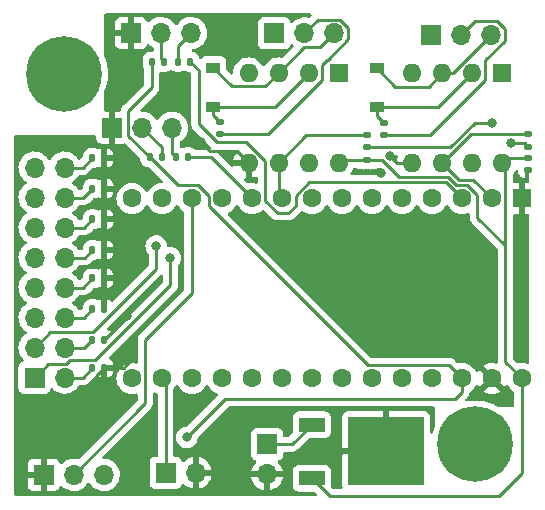
<source format=gtl>
G04 #@! TF.GenerationSoftware,KiCad,Pcbnew,(6.0.5)*
G04 #@! TF.CreationDate,2022-06-14T17:18:27+02:00*
G04 #@! TF.ProjectId,midiperformer,6d696469-7065-4726-966f-726d65722e6b,rev?*
G04 #@! TF.SameCoordinates,Original*
G04 #@! TF.FileFunction,Copper,L1,Top*
G04 #@! TF.FilePolarity,Positive*
%FSLAX46Y46*%
G04 Gerber Fmt 4.6, Leading zero omitted, Abs format (unit mm)*
G04 Created by KiCad (PCBNEW (6.0.5)) date 2022-06-14 17:18:27*
%MOMM*%
%LPD*%
G01*
G04 APERTURE LIST*
G04 Aperture macros list*
%AMRoundRect*
0 Rectangle with rounded corners*
0 $1 Rounding radius*
0 $2 $3 $4 $5 $6 $7 $8 $9 X,Y pos of 4 corners*
0 Add a 4 corners polygon primitive as box body*
4,1,4,$2,$3,$4,$5,$6,$7,$8,$9,$2,$3,0*
0 Add four circle primitives for the rounded corners*
1,1,$1+$1,$2,$3*
1,1,$1+$1,$4,$5*
1,1,$1+$1,$6,$7*
1,1,$1+$1,$8,$9*
0 Add four rect primitives between the rounded corners*
20,1,$1+$1,$2,$3,$4,$5,0*
20,1,$1+$1,$4,$5,$6,$7,0*
20,1,$1+$1,$6,$7,$8,$9,0*
20,1,$1+$1,$8,$9,$2,$3,0*%
G04 Aperture macros list end*
G04 #@! TA.AperFunction,SMDPad,CuDef*
%ADD10RoundRect,0.135000X0.135000X0.185000X-0.135000X0.185000X-0.135000X-0.185000X0.135000X-0.185000X0*%
G04 #@! TD*
G04 #@! TA.AperFunction,ComponentPad*
%ADD11R,1.700000X1.700000*%
G04 #@! TD*
G04 #@! TA.AperFunction,ComponentPad*
%ADD12O,1.700000X1.700000*%
G04 #@! TD*
G04 #@! TA.AperFunction,SMDPad,CuDef*
%ADD13R,1.200000X0.900000*%
G04 #@! TD*
G04 #@! TA.AperFunction,SMDPad,CuDef*
%ADD14RoundRect,0.135000X-0.185000X0.135000X-0.185000X-0.135000X0.185000X-0.135000X0.185000X0.135000X0*%
G04 #@! TD*
G04 #@! TA.AperFunction,SMDPad,CuDef*
%ADD15RoundRect,0.135000X0.185000X-0.135000X0.185000X0.135000X-0.185000X0.135000X-0.185000X-0.135000X0*%
G04 #@! TD*
G04 #@! TA.AperFunction,ComponentPad*
%ADD16R,1.600000X1.600000*%
G04 #@! TD*
G04 #@! TA.AperFunction,ComponentPad*
%ADD17C,1.600000*%
G04 #@! TD*
G04 #@! TA.AperFunction,SMDPad,CuDef*
%ADD18RoundRect,0.140000X-0.170000X0.140000X-0.170000X-0.140000X0.170000X-0.140000X0.170000X0.140000X0*%
G04 #@! TD*
G04 #@! TA.AperFunction,ComponentPad*
%ADD19O,1.600000X1.600000*%
G04 #@! TD*
G04 #@! TA.AperFunction,SMDPad,CuDef*
%ADD20R,2.200000X1.200000*%
G04 #@! TD*
G04 #@! TA.AperFunction,SMDPad,CuDef*
%ADD21R,6.400000X5.800000*%
G04 #@! TD*
G04 #@! TA.AperFunction,ComponentPad*
%ADD22C,6.400000*%
G04 #@! TD*
G04 #@! TA.AperFunction,ViaPad*
%ADD23C,0.800000*%
G04 #@! TD*
G04 #@! TA.AperFunction,Conductor*
%ADD24C,0.250000*%
G04 #@! TD*
G04 APERTURE END LIST*
D10*
X214460000Y-62600000D03*
X213440000Y-62600000D03*
D11*
X207875000Y-68175000D03*
D12*
X210415000Y-68175000D03*
X212955000Y-68175000D03*
D10*
X207210001Y-86140000D03*
X206190001Y-86140000D03*
X207210001Y-88540000D03*
X206190001Y-88540000D03*
D13*
X216437745Y-66392256D03*
X216437745Y-63092256D03*
D14*
X243080000Y-68760000D03*
X243080000Y-69780000D03*
D11*
X209475000Y-60175000D03*
D12*
X212015000Y-60175000D03*
X214555000Y-60175000D03*
D15*
X217037745Y-68742256D03*
X217037745Y-67722256D03*
D11*
X212400000Y-97400000D03*
D12*
X214940000Y-97400000D03*
D10*
X212065000Y-70675000D03*
X211045000Y-70675000D03*
X214265000Y-70675000D03*
X213245000Y-70675000D03*
D11*
X221600000Y-60200000D03*
D12*
X224140000Y-60200000D03*
X226680000Y-60200000D03*
D11*
X201300001Y-89340000D03*
D12*
X203840001Y-89340000D03*
X201300001Y-86800000D03*
X203840001Y-86800000D03*
X201300001Y-84260000D03*
X203840001Y-84260000D03*
X201300001Y-81720000D03*
X203840001Y-81720000D03*
X201300001Y-79180000D03*
X203840001Y-79180000D03*
X201300001Y-76640000D03*
X203840001Y-76640000D03*
X201300001Y-74100000D03*
X203840001Y-74100000D03*
X201300001Y-71560000D03*
X203840001Y-71560000D03*
D16*
X242570000Y-74180000D03*
D17*
X240030000Y-74180000D03*
X237490000Y-74180000D03*
X234950000Y-74180000D03*
X232410000Y-74180000D03*
X229870000Y-74180000D03*
X227330000Y-74180000D03*
X224790000Y-74180000D03*
X222250000Y-74180000D03*
X219710000Y-74180000D03*
X217170000Y-74180000D03*
X214630000Y-74180000D03*
X212090000Y-74180000D03*
X209550000Y-74180000D03*
X209550000Y-89420000D03*
X212090000Y-89420000D03*
X214630000Y-89420000D03*
X217170000Y-89420000D03*
X219710000Y-89420000D03*
X222250000Y-89420000D03*
X224790000Y-89420000D03*
X227330000Y-89420000D03*
X229870000Y-89420000D03*
X232410000Y-89420000D03*
X234950000Y-89420000D03*
X237490000Y-89420000D03*
X240030000Y-89420000D03*
X242570000Y-89420000D03*
D11*
X234860000Y-60342256D03*
D12*
X237400000Y-60342256D03*
X239940000Y-60342256D03*
D15*
X230880000Y-68780000D03*
X230880000Y-67760000D03*
D10*
X207210001Y-70740000D03*
X206190001Y-70740000D03*
D18*
X229437745Y-70952256D03*
X229437745Y-71912256D03*
D16*
X240880000Y-63580000D03*
D19*
X238340000Y-63580000D03*
X235800000Y-63580000D03*
X233260000Y-63580000D03*
X233260000Y-71200000D03*
X235800000Y-71200000D03*
X238340000Y-71200000D03*
X240880000Y-71200000D03*
D10*
X207210001Y-75940000D03*
X206190001Y-75940000D03*
X212260000Y-62600000D03*
X211240000Y-62600000D03*
X207210001Y-73340000D03*
X206190001Y-73340000D03*
D13*
X230280000Y-66430000D03*
X230280000Y-63130000D03*
D20*
X224775000Y-93320000D03*
D21*
X231075000Y-95600000D03*
D20*
X224775000Y-97880000D03*
D10*
X207210001Y-78540000D03*
X206190001Y-78540000D03*
D18*
X243080000Y-70780000D03*
X243080000Y-71740000D03*
D10*
X207210001Y-80940000D03*
X206190001Y-80940000D03*
X207210001Y-83540000D03*
X206190001Y-83540000D03*
D22*
X238600000Y-95000000D03*
D11*
X202075000Y-97575000D03*
D12*
X204615000Y-97575000D03*
X207155000Y-97575000D03*
D22*
X203800000Y-63600000D03*
D14*
X229437745Y-68832256D03*
X229437745Y-69852256D03*
D11*
X221000000Y-95000000D03*
D12*
X221000000Y-97540000D03*
D16*
X227037745Y-63542256D03*
D19*
X224497745Y-63542256D03*
X221957745Y-63542256D03*
X219417745Y-63542256D03*
X219417745Y-71162256D03*
X221957745Y-71162256D03*
X224497745Y-71162256D03*
X227037745Y-71162256D03*
D23*
X230600000Y-72000000D03*
X231412299Y-70587701D03*
X209400000Y-87200000D03*
X209147631Y-84147631D03*
X215400000Y-69400000D03*
X212800000Y-79200000D03*
X211600000Y-78200000D03*
X214200000Y-94400000D03*
X240000000Y-67800000D03*
X241600000Y-69484500D03*
D24*
X242570000Y-97430000D02*
X242570000Y-89420000D01*
X226295000Y-99400000D02*
X240600000Y-99400000D01*
X240600000Y-99400000D02*
X242570000Y-97430000D01*
X224775000Y-97880000D02*
X226295000Y-99400000D01*
X212400000Y-89730000D02*
X212090000Y-89420000D01*
X212400000Y-97400000D02*
X212400000Y-89730000D01*
X230512256Y-71912256D02*
X230600000Y-72000000D01*
X229437745Y-71912256D02*
X230512256Y-71912256D01*
X232024598Y-71200000D02*
X231412299Y-70587701D01*
X233260000Y-71200000D02*
X232024598Y-71200000D01*
X208839700Y-88540000D02*
X207210001Y-88540000D01*
X209400000Y-87979700D02*
X208839700Y-88540000D01*
X209400000Y-87200000D02*
X209400000Y-87979700D01*
X209147631Y-84202370D02*
X209147631Y-84147631D01*
X207210001Y-86140000D02*
X209147631Y-84202370D01*
X207210001Y-88540000D02*
X202075000Y-93675001D01*
X202075000Y-93675001D02*
X202075000Y-97575000D01*
X216045489Y-74845489D02*
X229495489Y-88295489D01*
X216045489Y-74000000D02*
X216045489Y-74845489D01*
X229495489Y-88295489D02*
X236365489Y-88295489D01*
X213425489Y-73055489D02*
X215100978Y-73055489D01*
X215100978Y-73055489D02*
X216045489Y-74000000D01*
X211045000Y-70675000D02*
X213425489Y-73055489D01*
X236365489Y-88295489D02*
X237490000Y-89420000D01*
X216161691Y-70161691D02*
X215400000Y-69400000D01*
X218417180Y-70161691D02*
X216161691Y-70161691D01*
X219417745Y-71162256D02*
X218417180Y-70161691D01*
X202474512Y-88165489D02*
X201300001Y-89340000D01*
X204000000Y-88165489D02*
X202474512Y-88165489D01*
X204270009Y-87895480D02*
X204000000Y-88165489D01*
X206424380Y-87895480D02*
X204270009Y-87895480D01*
X212800000Y-81519860D02*
X206424380Y-87895480D01*
X212800000Y-79200000D02*
X212800000Y-81519860D01*
X206224380Y-85495480D02*
X202604521Y-85495480D01*
X202604521Y-85495480D02*
X201300001Y-86800000D01*
X211600000Y-80119860D02*
X206224380Y-85495480D01*
X211600000Y-78200000D02*
X211600000Y-80119860D01*
X236110000Y-72800000D02*
X237490000Y-74180000D01*
X224579700Y-72800000D02*
X236110000Y-72800000D01*
X223400000Y-73979700D02*
X224579700Y-72800000D01*
X223400000Y-74800000D02*
X223400000Y-73979700D01*
X222800000Y-75400000D02*
X223400000Y-74800000D01*
X220834511Y-74354811D02*
X221879700Y-75400000D01*
X220833234Y-73233234D02*
X220834511Y-73234511D01*
X220834511Y-73234511D02*
X220834511Y-74354811D01*
X220833234Y-73233234D02*
X220833234Y-70987445D01*
X221879700Y-75400000D02*
X222800000Y-75400000D01*
X215200000Y-63340000D02*
X214460000Y-62600000D01*
X215200000Y-67880000D02*
X215200000Y-63340000D01*
X216720000Y-69400000D02*
X215200000Y-67880000D01*
X219245789Y-69400000D02*
X216720000Y-69400000D01*
X220833234Y-70987445D02*
X219245789Y-69400000D01*
X230752256Y-70952256D02*
X229437745Y-70952256D01*
X232150480Y-72350480D02*
X230752256Y-70952256D01*
X237001207Y-73055489D02*
X236296198Y-72350480D01*
X238800000Y-73899700D02*
X237955789Y-73055489D01*
X241154511Y-78154511D02*
X238800000Y-75800000D01*
X238800000Y-75800000D02*
X238800000Y-73899700D01*
X237955789Y-73055489D02*
X237001207Y-73055489D01*
X236296198Y-72350480D02*
X232150480Y-72350480D01*
X217449520Y-91150480D02*
X214200000Y-94400000D01*
X236890890Y-91150480D02*
X228400000Y-91150480D01*
X228400000Y-91150480D02*
X217449520Y-91150480D01*
X237490000Y-90551370D02*
X236890890Y-91150480D01*
X237490000Y-89420000D02*
X237490000Y-90551370D01*
X242784500Y-69484500D02*
X243080000Y-69780000D01*
X241600000Y-69484500D02*
X242784500Y-69484500D01*
X238564283Y-67800000D02*
X240000000Y-67800000D01*
X236512026Y-69852256D02*
X238564283Y-67800000D01*
X229437745Y-69852256D02*
X236512026Y-69852256D01*
X241154511Y-71474511D02*
X241154511Y-78154511D01*
X243080000Y-70780000D02*
X241300000Y-70780000D01*
X229437745Y-70952256D02*
X227247745Y-70952256D01*
X241154511Y-78154511D02*
X241154511Y-88004511D01*
X227247745Y-70952256D02*
X227037745Y-71162256D01*
X240880000Y-71200000D02*
X241154511Y-71474511D01*
X241154511Y-88004511D02*
X242570000Y-89420000D01*
X241300000Y-70780000D02*
X240880000Y-71200000D01*
X216437745Y-67122256D02*
X217037745Y-67722256D01*
X224497745Y-63542256D02*
X221647745Y-66392256D01*
X221647745Y-66392256D02*
X216437745Y-66392256D01*
X216437745Y-66392256D02*
X216437745Y-67122256D01*
X216437745Y-63092256D02*
X218012256Y-64666767D01*
X220833234Y-64666767D02*
X221957745Y-63542256D01*
X226680000Y-60200000D02*
X225505489Y-61374511D01*
X225505489Y-61374511D02*
X224125490Y-61374511D01*
X218012256Y-64666767D02*
X220833234Y-64666767D01*
X224125490Y-61374511D02*
X221957745Y-63542256D01*
X230280000Y-66430000D02*
X230280000Y-67160000D01*
X235490000Y-66430000D02*
X230280000Y-66430000D01*
X238340000Y-63580000D02*
X235490000Y-66430000D01*
X230280000Y-67160000D02*
X230880000Y-67760000D01*
X235800000Y-63580000D02*
X234675489Y-64704511D01*
X239940000Y-60342256D02*
X236702256Y-63580000D01*
X234675489Y-64704511D02*
X231854511Y-64704511D01*
X236702256Y-63580000D02*
X235800000Y-63580000D01*
X231854511Y-64704511D02*
X230280000Y-63130000D01*
X209240489Y-66759511D02*
X209240489Y-68870489D01*
X211240000Y-62600000D02*
X211240000Y-64760000D01*
X211240000Y-64760000D02*
X209240489Y-66759511D01*
X209240489Y-68870489D02*
X211045000Y-70675000D01*
X237200000Y-72600000D02*
X238450000Y-72600000D01*
X235800000Y-71200000D02*
X237200000Y-72600000D01*
X238240000Y-68760000D02*
X235800000Y-71200000D01*
X243080000Y-68760000D02*
X238240000Y-68760000D01*
X238450000Y-72600000D02*
X240030000Y-74180000D01*
X216205000Y-70675000D02*
X219710000Y-74180000D01*
X214265000Y-70675000D02*
X216205000Y-70675000D01*
X229437745Y-68832256D02*
X224287745Y-68832256D01*
X221957745Y-73887745D02*
X222250000Y-74180000D01*
X224287745Y-68832256D02*
X221957745Y-71162256D01*
X221957745Y-71162256D02*
X221957745Y-73887745D01*
X214630000Y-82170000D02*
X214630000Y-74180000D01*
X210674511Y-86125489D02*
X214630000Y-82170000D01*
X204615000Y-97575000D02*
X210674511Y-91515489D01*
X210674511Y-91515489D02*
X210674511Y-86125489D01*
X225622256Y-62890978D02*
X225622256Y-64177744D01*
X226095489Y-62417745D02*
X225622256Y-62890978D01*
X227854511Y-59713501D02*
X227854511Y-60686499D01*
X227166499Y-59025489D02*
X227854511Y-59713501D01*
X224140000Y-60200000D02*
X225314511Y-59025489D01*
X226123265Y-62417745D02*
X226095489Y-62417745D01*
X227854511Y-60686499D02*
X226123265Y-62417745D01*
X221057744Y-68742256D02*
X217037745Y-68742256D01*
X225622256Y-64177744D02*
X221057744Y-68742256D01*
X225314511Y-59025489D02*
X227166499Y-59025489D01*
X234820000Y-68780000D02*
X230880000Y-68780000D01*
X239464511Y-62478755D02*
X239464511Y-64135489D01*
X241114511Y-60828755D02*
X239464511Y-62478755D01*
X237400000Y-60342256D02*
X238574511Y-59167745D01*
X240426499Y-59167745D02*
X241114511Y-59855757D01*
X241114511Y-59855757D02*
X241114511Y-60828755D01*
X238574511Y-59167745D02*
X240426499Y-59167745D01*
X239464511Y-64135489D02*
X234820000Y-68780000D01*
X212015000Y-60175000D02*
X212015000Y-62355000D01*
X212015000Y-62355000D02*
X212260000Y-62600000D01*
X213440000Y-61290000D02*
X213440000Y-62600000D01*
X214555000Y-60175000D02*
X213440000Y-61290000D01*
X212065000Y-69825000D02*
X212065000Y-70675000D01*
X210415000Y-68175000D02*
X212065000Y-69825000D01*
X212955000Y-68175000D02*
X212955000Y-70385000D01*
X212955000Y-70385000D02*
X213245000Y-70675000D01*
X221000000Y-95000000D02*
X223095000Y-95000000D01*
X223095000Y-95000000D02*
X224775000Y-93320000D01*
X203840001Y-79180000D02*
X205550001Y-79180000D01*
X205550001Y-79180000D02*
X206190001Y-78540000D01*
X205410001Y-81720000D02*
X206190001Y-80940000D01*
X203840001Y-81720000D02*
X205410001Y-81720000D01*
X203840001Y-84260000D02*
X205470001Y-84260000D01*
X205470001Y-84260000D02*
X206190001Y-83540000D01*
X205530001Y-86800000D02*
X206190001Y-86140000D01*
X203840001Y-86800000D02*
X205530001Y-86800000D01*
X203840001Y-89340000D02*
X205390001Y-89340000D01*
X205390001Y-89340000D02*
X206190001Y-88540000D01*
X205490001Y-76640000D02*
X206190001Y-75940000D01*
X203840001Y-76640000D02*
X205490001Y-76640000D01*
X205430001Y-74100000D02*
X206190001Y-73340000D01*
X203840001Y-74100000D02*
X205430001Y-74100000D01*
X205370001Y-71560000D02*
X206190001Y-70740000D01*
X203840001Y-71560000D02*
X205370001Y-71560000D01*
G04 #@! TA.AperFunction,Conductor*
G36*
X224699526Y-58528502D02*
G01*
X224746019Y-58582158D01*
X224756123Y-58652432D01*
X224726629Y-58717012D01*
X224720500Y-58723595D01*
X224597345Y-58846750D01*
X224535033Y-58880776D01*
X224486154Y-58881702D01*
X224273373Y-58843800D01*
X224273367Y-58843799D01*
X224268284Y-58842894D01*
X224194452Y-58841992D01*
X224050081Y-58840228D01*
X224050079Y-58840228D01*
X224044911Y-58840165D01*
X223824091Y-58873955D01*
X223611756Y-58943357D01*
X223413607Y-59046507D01*
X223409474Y-59049610D01*
X223409471Y-59049612D01*
X223239100Y-59177530D01*
X223234965Y-59180635D01*
X223178022Y-59240223D01*
X223154283Y-59265064D01*
X223092759Y-59300494D01*
X223021846Y-59297037D01*
X222964060Y-59255791D01*
X222945207Y-59222243D01*
X222903767Y-59111703D01*
X222900615Y-59103295D01*
X222813261Y-58986739D01*
X222696705Y-58899385D01*
X222560316Y-58848255D01*
X222498134Y-58841500D01*
X220701866Y-58841500D01*
X220639684Y-58848255D01*
X220503295Y-58899385D01*
X220386739Y-58986739D01*
X220299385Y-59103295D01*
X220248255Y-59239684D01*
X220241500Y-59301866D01*
X220241500Y-61098134D01*
X220248255Y-61160316D01*
X220299385Y-61296705D01*
X220386739Y-61413261D01*
X220503295Y-61500615D01*
X220639684Y-61551745D01*
X220701866Y-61558500D01*
X222498134Y-61558500D01*
X222560316Y-61551745D01*
X222696705Y-61500615D01*
X222813261Y-61413261D01*
X222900615Y-61296705D01*
X222916106Y-61255382D01*
X222944598Y-61179382D01*
X222987240Y-61122618D01*
X223053802Y-61097918D01*
X223123150Y-61113126D01*
X223157817Y-61141114D01*
X223186250Y-61173938D01*
X223196162Y-61182167D01*
X223213165Y-61196284D01*
X223252800Y-61255187D01*
X223254297Y-61326168D01*
X223221774Y-61382322D01*
X222370992Y-62233104D01*
X222308680Y-62267130D01*
X222249287Y-62265716D01*
X222185832Y-62248713D01*
X221957745Y-62228758D01*
X221729658Y-62248713D01*
X221724345Y-62250137D01*
X221724343Y-62250137D01*
X221513812Y-62306549D01*
X221513810Y-62306550D01*
X221508502Y-62307972D01*
X221503521Y-62310295D01*
X221503520Y-62310295D01*
X221305983Y-62402407D01*
X221305978Y-62402410D01*
X221300996Y-62404733D01*
X221228308Y-62455630D01*
X221117956Y-62532899D01*
X221117953Y-62532901D01*
X221113445Y-62536058D01*
X220951547Y-62697956D01*
X220948390Y-62702464D01*
X220948388Y-62702467D01*
X220893647Y-62780645D01*
X220820222Y-62885507D01*
X220817899Y-62890489D01*
X220817896Y-62890494D01*
X220801940Y-62924713D01*
X220755023Y-62977998D01*
X220686746Y-62997459D01*
X220618786Y-62976917D01*
X220573550Y-62924713D01*
X220557594Y-62890494D01*
X220557591Y-62890489D01*
X220555268Y-62885507D01*
X220481843Y-62780645D01*
X220427102Y-62702467D01*
X220427100Y-62702464D01*
X220423943Y-62697956D01*
X220262045Y-62536058D01*
X220257537Y-62532901D01*
X220257534Y-62532899D01*
X220147182Y-62455630D01*
X220074494Y-62404733D01*
X220069512Y-62402410D01*
X220069507Y-62402407D01*
X219871970Y-62310295D01*
X219871969Y-62310295D01*
X219866988Y-62307972D01*
X219861680Y-62306550D01*
X219861678Y-62306549D01*
X219651147Y-62250137D01*
X219651145Y-62250137D01*
X219645832Y-62248713D01*
X219417745Y-62228758D01*
X219189658Y-62248713D01*
X219184345Y-62250137D01*
X219184343Y-62250137D01*
X218973812Y-62306549D01*
X218973810Y-62306550D01*
X218968502Y-62307972D01*
X218963521Y-62310295D01*
X218963520Y-62310295D01*
X218765983Y-62402407D01*
X218765978Y-62402410D01*
X218760996Y-62404733D01*
X218688308Y-62455630D01*
X218577956Y-62532899D01*
X218577953Y-62532901D01*
X218573445Y-62536058D01*
X218411547Y-62697956D01*
X218408390Y-62702464D01*
X218408388Y-62702467D01*
X218353647Y-62780645D01*
X218280222Y-62885507D01*
X218277899Y-62890489D01*
X218277896Y-62890494D01*
X218203789Y-63049419D01*
X218183461Y-63093013D01*
X218182039Y-63098321D01*
X218182038Y-63098323D01*
X218169028Y-63146877D01*
X218124202Y-63314169D01*
X218104247Y-63542256D01*
X218104726Y-63547731D01*
X218104726Y-63547732D01*
X218104813Y-63548727D01*
X218104726Y-63549160D01*
X218104726Y-63553238D01*
X218103906Y-63553238D01*
X218090823Y-63618332D01*
X218041423Y-63669324D01*
X217972297Y-63685514D01*
X217905392Y-63661761D01*
X217890196Y-63648803D01*
X217844695Y-63603301D01*
X217583149Y-63341755D01*
X217549124Y-63279443D01*
X217546245Y-63252660D01*
X217546245Y-62594122D01*
X217539490Y-62531940D01*
X217488360Y-62395551D01*
X217401006Y-62278995D01*
X217284450Y-62191641D01*
X217148061Y-62140511D01*
X217085879Y-62133756D01*
X215789611Y-62133756D01*
X215727429Y-62140511D01*
X215591040Y-62191641D01*
X215474484Y-62278995D01*
X215446518Y-62316310D01*
X215389659Y-62358825D01*
X215318840Y-62363851D01*
X215256547Y-62329791D01*
X215224695Y-62275898D01*
X215192481Y-62165017D01*
X215192480Y-62165015D01*
X215190269Y-62157404D01*
X215150303Y-62089824D01*
X215111540Y-62024280D01*
X215107506Y-62017459D01*
X214992541Y-61902494D01*
X214852596Y-61819731D01*
X214844985Y-61817520D01*
X214844983Y-61817519D01*
X214702641Y-61776165D01*
X214696466Y-61774371D01*
X214693906Y-61774170D01*
X214631737Y-61742879D01*
X214595644Y-61681741D01*
X214598334Y-61610795D01*
X214638953Y-61552566D01*
X214701786Y-61525871D01*
X214793656Y-61514102D01*
X214833289Y-61509025D01*
X214833292Y-61509024D01*
X214838416Y-61508368D01*
X214864258Y-61500615D01*
X215047429Y-61445661D01*
X215047434Y-61445659D01*
X215052384Y-61444174D01*
X215252994Y-61345896D01*
X215434860Y-61216173D01*
X215447000Y-61204076D01*
X215525359Y-61125990D01*
X215593096Y-61058489D01*
X215635791Y-60999073D01*
X215720435Y-60881277D01*
X215723453Y-60877077D01*
X215725907Y-60872113D01*
X215820136Y-60681453D01*
X215820137Y-60681451D01*
X215822430Y-60676811D01*
X215873986Y-60507121D01*
X215885865Y-60468023D01*
X215885865Y-60468021D01*
X215887370Y-60463069D01*
X215916529Y-60241590D01*
X215918156Y-60175000D01*
X215899852Y-59952361D01*
X215845431Y-59735702D01*
X215756354Y-59530840D01*
X215693665Y-59433938D01*
X215637822Y-59347617D01*
X215637820Y-59347614D01*
X215635014Y-59343277D01*
X215484670Y-59178051D01*
X215480619Y-59174852D01*
X215480615Y-59174848D01*
X215313414Y-59042800D01*
X215313410Y-59042798D01*
X215309359Y-59039598D01*
X215269905Y-59017818D01*
X215225463Y-58993285D01*
X215113789Y-58931638D01*
X215108920Y-58929914D01*
X215108916Y-58929912D01*
X214908087Y-58858795D01*
X214908083Y-58858794D01*
X214903212Y-58857069D01*
X214898119Y-58856162D01*
X214898116Y-58856161D01*
X214688373Y-58818800D01*
X214688367Y-58818799D01*
X214683284Y-58817894D01*
X214609452Y-58816992D01*
X214465081Y-58815228D01*
X214465079Y-58815228D01*
X214459911Y-58815165D01*
X214239091Y-58848955D01*
X214026756Y-58918357D01*
X213996443Y-58934137D01*
X213838781Y-59016211D01*
X213828607Y-59021507D01*
X213824474Y-59024610D01*
X213824471Y-59024612D01*
X213708477Y-59111703D01*
X213649965Y-59155635D01*
X213624894Y-59181870D01*
X213513470Y-59298469D01*
X213495629Y-59317138D01*
X213388201Y-59474621D01*
X213333293Y-59519621D01*
X213262768Y-59527792D01*
X213199021Y-59496538D01*
X213178324Y-59472054D01*
X213097822Y-59347617D01*
X213097820Y-59347614D01*
X213095014Y-59343277D01*
X212944670Y-59178051D01*
X212940619Y-59174852D01*
X212940615Y-59174848D01*
X212773414Y-59042800D01*
X212773410Y-59042798D01*
X212769359Y-59039598D01*
X212729905Y-59017818D01*
X212685463Y-58993285D01*
X212573789Y-58931638D01*
X212568920Y-58929914D01*
X212568916Y-58929912D01*
X212368087Y-58858795D01*
X212368083Y-58858794D01*
X212363212Y-58857069D01*
X212358119Y-58856162D01*
X212358116Y-58856161D01*
X212148373Y-58818800D01*
X212148367Y-58818799D01*
X212143284Y-58817894D01*
X212069452Y-58816992D01*
X211925081Y-58815228D01*
X211925079Y-58815228D01*
X211919911Y-58815165D01*
X211699091Y-58848955D01*
X211486756Y-58918357D01*
X211456443Y-58934137D01*
X211298781Y-59016211D01*
X211288607Y-59021507D01*
X211284474Y-59024610D01*
X211284471Y-59024612D01*
X211168477Y-59111703D01*
X211109965Y-59155635D01*
X211106393Y-59159373D01*
X211028898Y-59240466D01*
X210967374Y-59275895D01*
X210896462Y-59272438D01*
X210838676Y-59231192D01*
X210819823Y-59197644D01*
X210778324Y-59086946D01*
X210769786Y-59071351D01*
X210693285Y-58969276D01*
X210680724Y-58956715D01*
X210578649Y-58880214D01*
X210563054Y-58871676D01*
X210442606Y-58826522D01*
X210427351Y-58822895D01*
X210376486Y-58817369D01*
X210369672Y-58817000D01*
X209747115Y-58817000D01*
X209731876Y-58821475D01*
X209730671Y-58822865D01*
X209729000Y-58830548D01*
X209729000Y-61514884D01*
X209733475Y-61530123D01*
X209734865Y-61531328D01*
X209742548Y-61532999D01*
X210369669Y-61532999D01*
X210376490Y-61532629D01*
X210427352Y-61527105D01*
X210442604Y-61523479D01*
X210563054Y-61478324D01*
X210578649Y-61469786D01*
X210680724Y-61393285D01*
X210693285Y-61380724D01*
X210769786Y-61278649D01*
X210778324Y-61263054D01*
X210819225Y-61153952D01*
X210861867Y-61097188D01*
X210928428Y-61072488D01*
X210997777Y-61087696D01*
X211032444Y-61115684D01*
X211057865Y-61145031D01*
X211057869Y-61145035D01*
X211061250Y-61148938D01*
X211177362Y-61245336D01*
X211223176Y-61283371D01*
X211233126Y-61291632D01*
X211319070Y-61341853D01*
X211367794Y-61393491D01*
X211381500Y-61450641D01*
X211381500Y-61645500D01*
X211361498Y-61713621D01*
X211307842Y-61760114D01*
X211255501Y-61771500D01*
X211046585Y-61771501D01*
X211040012Y-61771501D01*
X211003534Y-61774371D01*
X210906730Y-61802495D01*
X210855017Y-61817519D01*
X210855015Y-61817520D01*
X210847404Y-61819731D01*
X210707459Y-61902494D01*
X210592494Y-62017459D01*
X210588460Y-62024280D01*
X210549698Y-62089824D01*
X210509731Y-62157404D01*
X210507520Y-62165015D01*
X210507519Y-62165017D01*
X210503921Y-62177402D01*
X210464371Y-62313534D01*
X210463867Y-62319941D01*
X210463866Y-62319945D01*
X210463371Y-62326233D01*
X210461500Y-62350011D01*
X210461501Y-62849988D01*
X210464371Y-62886466D01*
X210509731Y-63042596D01*
X210513766Y-63049418D01*
X210513766Y-63049419D01*
X210588954Y-63176555D01*
X210606500Y-63240694D01*
X210606500Y-64445406D01*
X210586498Y-64513527D01*
X210569595Y-64534501D01*
X208848236Y-66255859D01*
X208839950Y-66263399D01*
X208833471Y-66267511D01*
X208828046Y-66273288D01*
X208786846Y-66317162D01*
X208784091Y-66320004D01*
X208764354Y-66339741D01*
X208761874Y-66342938D01*
X208754171Y-66351958D01*
X208723903Y-66384190D01*
X208720084Y-66391136D01*
X208720082Y-66391139D01*
X208714141Y-66401945D01*
X208703290Y-66418464D01*
X208690875Y-66434470D01*
X208687730Y-66441739D01*
X208687727Y-66441743D01*
X208673315Y-66475048D01*
X208668098Y-66485698D01*
X208646794Y-66524451D01*
X208644823Y-66532126D01*
X208644823Y-66532127D01*
X208641756Y-66544073D01*
X208635352Y-66562777D01*
X208627308Y-66581366D01*
X208626069Y-66589189D01*
X208626066Y-66589199D01*
X208620390Y-66625035D01*
X208617984Y-66636655D01*
X208606989Y-66679481D01*
X208606989Y-66691000D01*
X208606193Y-66693711D01*
X208605996Y-66695271D01*
X208605744Y-66695239D01*
X208586987Y-66759121D01*
X208533331Y-66805614D01*
X208480989Y-66817000D01*
X208147115Y-66817000D01*
X208131876Y-66821475D01*
X208130671Y-66822865D01*
X208129000Y-66830548D01*
X208129000Y-69514884D01*
X208133475Y-69530123D01*
X208134865Y-69531328D01*
X208142548Y-69532999D01*
X208769669Y-69532999D01*
X208776490Y-69532629D01*
X208827350Y-69527105D01*
X208842601Y-69523479D01*
X208879356Y-69509700D01*
X208950163Y-69504517D01*
X209012682Y-69538587D01*
X210229596Y-70755501D01*
X210263622Y-70817813D01*
X210266501Y-70844596D01*
X210266501Y-70924988D01*
X210269371Y-70961466D01*
X210292882Y-71042390D01*
X210301312Y-71071406D01*
X210314731Y-71117596D01*
X210397494Y-71257541D01*
X210512459Y-71372506D01*
X210519280Y-71376540D01*
X210606442Y-71428087D01*
X210652404Y-71455269D01*
X210660015Y-71457480D01*
X210660017Y-71457481D01*
X210750750Y-71483841D01*
X210808534Y-71500629D01*
X210814941Y-71501133D01*
X210814945Y-71501134D01*
X210842556Y-71503307D01*
X210842562Y-71503307D01*
X210845011Y-71503500D01*
X210925405Y-71503500D01*
X210993526Y-71523502D01*
X211014500Y-71540405D01*
X212129371Y-72655276D01*
X212163397Y-72717588D01*
X212158332Y-72788403D01*
X212115785Y-72845239D01*
X212051258Y-72869891D01*
X211963789Y-72877544D01*
X211867394Y-72885977D01*
X211867389Y-72885978D01*
X211861913Y-72886457D01*
X211856600Y-72887881D01*
X211856598Y-72887881D01*
X211646067Y-72944293D01*
X211646065Y-72944294D01*
X211640757Y-72945716D01*
X211635776Y-72948039D01*
X211635775Y-72948039D01*
X211438238Y-73040151D01*
X211438233Y-73040154D01*
X211433251Y-73042477D01*
X211368872Y-73087556D01*
X211250211Y-73170643D01*
X211250208Y-73170645D01*
X211245700Y-73173802D01*
X211083802Y-73335700D01*
X210952477Y-73523251D01*
X210950154Y-73528233D01*
X210950151Y-73528238D01*
X210934195Y-73562457D01*
X210887278Y-73615742D01*
X210819001Y-73635203D01*
X210751041Y-73614661D01*
X210705805Y-73562457D01*
X210689849Y-73528238D01*
X210689846Y-73528233D01*
X210687523Y-73523251D01*
X210556198Y-73335700D01*
X210394300Y-73173802D01*
X210389792Y-73170645D01*
X210389789Y-73170643D01*
X210271128Y-73087556D01*
X210206749Y-73042477D01*
X210201767Y-73040154D01*
X210201762Y-73040151D01*
X210004225Y-72948039D01*
X210004224Y-72948039D01*
X209999243Y-72945716D01*
X209993935Y-72944294D01*
X209993933Y-72944293D01*
X209783402Y-72887881D01*
X209783400Y-72887881D01*
X209778087Y-72886457D01*
X209550000Y-72866502D01*
X209321913Y-72886457D01*
X209316600Y-72887881D01*
X209316598Y-72887881D01*
X209106067Y-72944293D01*
X209106065Y-72944294D01*
X209100757Y-72945716D01*
X209095776Y-72948039D01*
X209095775Y-72948039D01*
X208898238Y-73040151D01*
X208898233Y-73040154D01*
X208893251Y-73042477D01*
X208828872Y-73087556D01*
X208710211Y-73170643D01*
X208710208Y-73170645D01*
X208705700Y-73173802D01*
X208543802Y-73335700D01*
X208412477Y-73523251D01*
X208410154Y-73528233D01*
X208410151Y-73528238D01*
X208318039Y-73725775D01*
X208315716Y-73730757D01*
X208314294Y-73736065D01*
X208314293Y-73736067D01*
X208285220Y-73844570D01*
X208256457Y-73951913D01*
X208236502Y-74180000D01*
X208256457Y-74408087D01*
X208257881Y-74413400D01*
X208257881Y-74413402D01*
X208308366Y-74601811D01*
X208315716Y-74629243D01*
X208318039Y-74634224D01*
X208318039Y-74634225D01*
X208410151Y-74831762D01*
X208410154Y-74831767D01*
X208412477Y-74836749D01*
X208543802Y-75024300D01*
X208705700Y-75186198D01*
X208710208Y-75189355D01*
X208710211Y-75189357D01*
X208771380Y-75232188D01*
X208893251Y-75317523D01*
X208898233Y-75319846D01*
X208898238Y-75319849D01*
X209068825Y-75399394D01*
X209100757Y-75414284D01*
X209106065Y-75415706D01*
X209106067Y-75415707D01*
X209316598Y-75472119D01*
X209316600Y-75472119D01*
X209321913Y-75473543D01*
X209550000Y-75493498D01*
X209778087Y-75473543D01*
X209783400Y-75472119D01*
X209783402Y-75472119D01*
X209993933Y-75415707D01*
X209993935Y-75415706D01*
X209999243Y-75414284D01*
X210031175Y-75399394D01*
X210201762Y-75319849D01*
X210201767Y-75319846D01*
X210206749Y-75317523D01*
X210328620Y-75232188D01*
X210389789Y-75189357D01*
X210389792Y-75189355D01*
X210394300Y-75186198D01*
X210556198Y-75024300D01*
X210687523Y-74836749D01*
X210689846Y-74831767D01*
X210689849Y-74831762D01*
X210705805Y-74797543D01*
X210752722Y-74744258D01*
X210820999Y-74724797D01*
X210888959Y-74745339D01*
X210934195Y-74797543D01*
X210950151Y-74831762D01*
X210950154Y-74831767D01*
X210952477Y-74836749D01*
X211083802Y-75024300D01*
X211245700Y-75186198D01*
X211250208Y-75189355D01*
X211250211Y-75189357D01*
X211311380Y-75232188D01*
X211433251Y-75317523D01*
X211438233Y-75319846D01*
X211438238Y-75319849D01*
X211608825Y-75399394D01*
X211640757Y-75414284D01*
X211646065Y-75415706D01*
X211646067Y-75415707D01*
X211856598Y-75472119D01*
X211856600Y-75472119D01*
X211861913Y-75473543D01*
X212090000Y-75493498D01*
X212318087Y-75473543D01*
X212323400Y-75472119D01*
X212323402Y-75472119D01*
X212533933Y-75415707D01*
X212533935Y-75415706D01*
X212539243Y-75414284D01*
X212571175Y-75399394D01*
X212741762Y-75319849D01*
X212741767Y-75319846D01*
X212746749Y-75317523D01*
X212868620Y-75232188D01*
X212929789Y-75189357D01*
X212929792Y-75189355D01*
X212934300Y-75186198D01*
X213096198Y-75024300D01*
X213227523Y-74836749D01*
X213229846Y-74831767D01*
X213229849Y-74831762D01*
X213245805Y-74797543D01*
X213292722Y-74744258D01*
X213360999Y-74724797D01*
X213428959Y-74745339D01*
X213474195Y-74797543D01*
X213490151Y-74831762D01*
X213490154Y-74831767D01*
X213492477Y-74836749D01*
X213623802Y-75024300D01*
X213785700Y-75186198D01*
X213790208Y-75189355D01*
X213790211Y-75189357D01*
X213942771Y-75296181D01*
X213987099Y-75351638D01*
X213996500Y-75399394D01*
X213996500Y-81855405D01*
X213976498Y-81923526D01*
X213959595Y-81944500D01*
X210282258Y-85621837D01*
X210273972Y-85629377D01*
X210267493Y-85633489D01*
X210262068Y-85639266D01*
X210220868Y-85683140D01*
X210218113Y-85685982D01*
X210198376Y-85705719D01*
X210195896Y-85708916D01*
X210188193Y-85717936D01*
X210157925Y-85750168D01*
X210154106Y-85757114D01*
X210154104Y-85757117D01*
X210148163Y-85767923D01*
X210137312Y-85784442D01*
X210124897Y-85800448D01*
X210121752Y-85807717D01*
X210121749Y-85807721D01*
X210107337Y-85841026D01*
X210102120Y-85851676D01*
X210080816Y-85890429D01*
X210078845Y-85898104D01*
X210078845Y-85898105D01*
X210075778Y-85910051D01*
X210069374Y-85928755D01*
X210061330Y-85947344D01*
X210060091Y-85955167D01*
X210060088Y-85955177D01*
X210054412Y-85991013D01*
X210052006Y-86002633D01*
X210041011Y-86045459D01*
X210041011Y-86065713D01*
X210039460Y-86085423D01*
X210036291Y-86105432D01*
X210037037Y-86113324D01*
X210040452Y-86149450D01*
X210041011Y-86161308D01*
X210041011Y-88032701D01*
X210021009Y-88100822D01*
X209967353Y-88147315D01*
X209897079Y-88157419D01*
X209882407Y-88154410D01*
X209778087Y-88126457D01*
X209550000Y-88106502D01*
X209321913Y-88126457D01*
X209316600Y-88127881D01*
X209316598Y-88127881D01*
X209106067Y-88184293D01*
X209106065Y-88184294D01*
X209100757Y-88185716D01*
X209095776Y-88188039D01*
X209095775Y-88188039D01*
X208898238Y-88280151D01*
X208898233Y-88280154D01*
X208893251Y-88282477D01*
X208836080Y-88322509D01*
X208710211Y-88410643D01*
X208710208Y-88410645D01*
X208705700Y-88413802D01*
X208543802Y-88575700D01*
X208540645Y-88580208D01*
X208540643Y-88580211D01*
X208485902Y-88658389D01*
X208412477Y-88763251D01*
X208410154Y-88768233D01*
X208410151Y-88768238D01*
X208318039Y-88965775D01*
X208315716Y-88970757D01*
X208256457Y-89191913D01*
X208236502Y-89420000D01*
X208256457Y-89648087D01*
X208257881Y-89653400D01*
X208257881Y-89653402D01*
X208303381Y-89823207D01*
X208315716Y-89869243D01*
X208318039Y-89874224D01*
X208318039Y-89874225D01*
X208410151Y-90071762D01*
X208410154Y-90071767D01*
X208412477Y-90076749D01*
X208415634Y-90081257D01*
X208523088Y-90234717D01*
X208543802Y-90264300D01*
X208705700Y-90426198D01*
X208710208Y-90429355D01*
X208710211Y-90429357D01*
X208768011Y-90469829D01*
X208893251Y-90557523D01*
X208898233Y-90559846D01*
X208898238Y-90559849D01*
X209091703Y-90650062D01*
X209100757Y-90654284D01*
X209106065Y-90655706D01*
X209106067Y-90655707D01*
X209316598Y-90712119D01*
X209316600Y-90712119D01*
X209321913Y-90713543D01*
X209550000Y-90733498D01*
X209778087Y-90713543D01*
X209882401Y-90685592D01*
X209953376Y-90687282D01*
X210012172Y-90727076D01*
X210040120Y-90792340D01*
X210041011Y-90807299D01*
X210041011Y-91200895D01*
X210021009Y-91269016D01*
X210004106Y-91289990D01*
X205072345Y-96221750D01*
X205010033Y-96255776D01*
X204961154Y-96256702D01*
X204748373Y-96218800D01*
X204748367Y-96218799D01*
X204743284Y-96217894D01*
X204669452Y-96216992D01*
X204525081Y-96215228D01*
X204525079Y-96215228D01*
X204519911Y-96215165D01*
X204299091Y-96248955D01*
X204086756Y-96318357D01*
X204056443Y-96334137D01*
X203916014Y-96407240D01*
X203888607Y-96421507D01*
X203884474Y-96424610D01*
X203884471Y-96424612D01*
X203717791Y-96549759D01*
X203709965Y-96555635D01*
X203706393Y-96559373D01*
X203628898Y-96640466D01*
X203567374Y-96675895D01*
X203496462Y-96672438D01*
X203438676Y-96631192D01*
X203419823Y-96597644D01*
X203378324Y-96486946D01*
X203369786Y-96471351D01*
X203293285Y-96369276D01*
X203280724Y-96356715D01*
X203178649Y-96280214D01*
X203163054Y-96271676D01*
X203042606Y-96226522D01*
X203027351Y-96222895D01*
X202976486Y-96217369D01*
X202969672Y-96217000D01*
X202347115Y-96217000D01*
X202331876Y-96221475D01*
X202330671Y-96222865D01*
X202329000Y-96230548D01*
X202329000Y-98914884D01*
X202333475Y-98930123D01*
X202334865Y-98931328D01*
X202342548Y-98932999D01*
X202969669Y-98932999D01*
X202976490Y-98932629D01*
X203027352Y-98927105D01*
X203042604Y-98923479D01*
X203163054Y-98878324D01*
X203178649Y-98869786D01*
X203280724Y-98793285D01*
X203293285Y-98780724D01*
X203369786Y-98678649D01*
X203378324Y-98663054D01*
X203419225Y-98553952D01*
X203461867Y-98497188D01*
X203528428Y-98472488D01*
X203597777Y-98487696D01*
X203632444Y-98515684D01*
X203657865Y-98545031D01*
X203657869Y-98545035D01*
X203661250Y-98548938D01*
X203833126Y-98691632D01*
X204026000Y-98804338D01*
X204234692Y-98884030D01*
X204239760Y-98885061D01*
X204239763Y-98885062D01*
X204347017Y-98906883D01*
X204453597Y-98928567D01*
X204458772Y-98928757D01*
X204458774Y-98928757D01*
X204671673Y-98936564D01*
X204671677Y-98936564D01*
X204676837Y-98936753D01*
X204681957Y-98936097D01*
X204681959Y-98936097D01*
X204893288Y-98909025D01*
X204893289Y-98909025D01*
X204898416Y-98908368D01*
X204903366Y-98906883D01*
X205107429Y-98845661D01*
X205107434Y-98845659D01*
X205112384Y-98844174D01*
X205312994Y-98745896D01*
X205494860Y-98616173D01*
X205504988Y-98606081D01*
X205607535Y-98503891D01*
X205653096Y-98458489D01*
X205668438Y-98437139D01*
X205783453Y-98277077D01*
X205784776Y-98278028D01*
X205831645Y-98234857D01*
X205901580Y-98222625D01*
X205967026Y-98250144D01*
X205994875Y-98281994D01*
X206002672Y-98294717D01*
X206054987Y-98380088D01*
X206201250Y-98548938D01*
X206373126Y-98691632D01*
X206566000Y-98804338D01*
X206774692Y-98884030D01*
X206779760Y-98885061D01*
X206779763Y-98885062D01*
X206887017Y-98906883D01*
X206993597Y-98928567D01*
X206998772Y-98928757D01*
X206998774Y-98928757D01*
X207211673Y-98936564D01*
X207211677Y-98936564D01*
X207216837Y-98936753D01*
X207221957Y-98936097D01*
X207221959Y-98936097D01*
X207433288Y-98909025D01*
X207433289Y-98909025D01*
X207438416Y-98908368D01*
X207443366Y-98906883D01*
X207647429Y-98845661D01*
X207647434Y-98845659D01*
X207652384Y-98844174D01*
X207852994Y-98745896D01*
X208034860Y-98616173D01*
X208044988Y-98606081D01*
X208147535Y-98503891D01*
X208193096Y-98458489D01*
X208208438Y-98437139D01*
X208320435Y-98281277D01*
X208323453Y-98277077D01*
X208344320Y-98234857D01*
X208420136Y-98081453D01*
X208420137Y-98081451D01*
X208422430Y-98076811D01*
X208487370Y-97863069D01*
X208516529Y-97641590D01*
X208518156Y-97575000D01*
X208499852Y-97352361D01*
X208445431Y-97135702D01*
X208356354Y-96930840D01*
X208312239Y-96862649D01*
X208237822Y-96747617D01*
X208237820Y-96747614D01*
X208235014Y-96743277D01*
X208084670Y-96578051D01*
X208080619Y-96574852D01*
X208080615Y-96574848D01*
X207913414Y-96442800D01*
X207913410Y-96442798D01*
X207909359Y-96439598D01*
X207896112Y-96432285D01*
X207850742Y-96407240D01*
X207713789Y-96331638D01*
X207708920Y-96329914D01*
X207708916Y-96329912D01*
X207508087Y-96258795D01*
X207508083Y-96258794D01*
X207503212Y-96257069D01*
X207498119Y-96256162D01*
X207498116Y-96256161D01*
X207288373Y-96218800D01*
X207288367Y-96218799D01*
X207283284Y-96217894D01*
X207172009Y-96216535D01*
X207104140Y-96195702D01*
X207058306Y-96141483D01*
X207049061Y-96071091D01*
X207079340Y-96006875D01*
X207084455Y-96001449D01*
X211066758Y-92019146D01*
X211075048Y-92011602D01*
X211081529Y-92007489D01*
X211128170Y-91957821D01*
X211130924Y-91954980D01*
X211150646Y-91935258D01*
X211153123Y-91932065D01*
X211160828Y-91923044D01*
X211191097Y-91890810D01*
X211194918Y-91883860D01*
X211200857Y-91873057D01*
X211211713Y-91856530D01*
X211219268Y-91846791D01*
X211219269Y-91846789D01*
X211224125Y-91840529D01*
X211241685Y-91799949D01*
X211246902Y-91789301D01*
X211264386Y-91757498D01*
X211264387Y-91757496D01*
X211268206Y-91750549D01*
X211273244Y-91730926D01*
X211279648Y-91712223D01*
X211284544Y-91700909D01*
X211284544Y-91700908D01*
X211287692Y-91693634D01*
X211288931Y-91685811D01*
X211288934Y-91685801D01*
X211294610Y-91649965D01*
X211297016Y-91638345D01*
X211306039Y-91603200D01*
X211306039Y-91603199D01*
X211308011Y-91595519D01*
X211308011Y-91575265D01*
X211309562Y-91555554D01*
X211311491Y-91543375D01*
X211312731Y-91535546D01*
X211308570Y-91491527D01*
X211308011Y-91479670D01*
X211308011Y-90696903D01*
X211328013Y-90628782D01*
X211381669Y-90582289D01*
X211451943Y-90572185D01*
X211487260Y-90582708D01*
X211539130Y-90606895D01*
X211629490Y-90649030D01*
X211640757Y-90654284D01*
X211646062Y-90655706D01*
X211646069Y-90655708D01*
X211673110Y-90662953D01*
X211733733Y-90699904D01*
X211764755Y-90763765D01*
X211766500Y-90784660D01*
X211766500Y-95915500D01*
X211746498Y-95983621D01*
X211692842Y-96030114D01*
X211640500Y-96041500D01*
X211501866Y-96041500D01*
X211439684Y-96048255D01*
X211303295Y-96099385D01*
X211186739Y-96186739D01*
X211099385Y-96303295D01*
X211048255Y-96439684D01*
X211041500Y-96501866D01*
X211041500Y-98298134D01*
X211048255Y-98360316D01*
X211099385Y-98496705D01*
X211186739Y-98613261D01*
X211303295Y-98700615D01*
X211439684Y-98751745D01*
X211501866Y-98758500D01*
X213298134Y-98758500D01*
X213360316Y-98751745D01*
X213496705Y-98700615D01*
X213613261Y-98613261D01*
X213700615Y-98496705D01*
X213726817Y-98426812D01*
X213744798Y-98378848D01*
X213787440Y-98322084D01*
X213854001Y-98297384D01*
X213923350Y-98312592D01*
X213958017Y-98340580D01*
X213983218Y-98369673D01*
X213990580Y-98376883D01*
X214154434Y-98512916D01*
X214162881Y-98518831D01*
X214346756Y-98626279D01*
X214356042Y-98630729D01*
X214555001Y-98706703D01*
X214564899Y-98709579D01*
X214668250Y-98730606D01*
X214682299Y-98729410D01*
X214686000Y-98719065D01*
X214686000Y-98718517D01*
X215194000Y-98718517D01*
X215198064Y-98732359D01*
X215211478Y-98734393D01*
X215218184Y-98733534D01*
X215228262Y-98731392D01*
X215432255Y-98670191D01*
X215441842Y-98666433D01*
X215633095Y-98572739D01*
X215641945Y-98567464D01*
X215815328Y-98443792D01*
X215823200Y-98437139D01*
X215974052Y-98286812D01*
X215980730Y-98278965D01*
X216105003Y-98106020D01*
X216110313Y-98097183D01*
X216204670Y-97906267D01*
X216208469Y-97896672D01*
X216235420Y-97807966D01*
X219668257Y-97807966D01*
X219698565Y-97942446D01*
X219701645Y-97952275D01*
X219781770Y-98149603D01*
X219786413Y-98158794D01*
X219897694Y-98340388D01*
X219903777Y-98348699D01*
X220043213Y-98509667D01*
X220050580Y-98516883D01*
X220214434Y-98652916D01*
X220222881Y-98658831D01*
X220406756Y-98766279D01*
X220416042Y-98770729D01*
X220615001Y-98846703D01*
X220624899Y-98849579D01*
X220728250Y-98870606D01*
X220742299Y-98869410D01*
X220746000Y-98859065D01*
X220746000Y-98858517D01*
X221254000Y-98858517D01*
X221258064Y-98872359D01*
X221271478Y-98874393D01*
X221278184Y-98873534D01*
X221288262Y-98871392D01*
X221492255Y-98810191D01*
X221501842Y-98806433D01*
X221693095Y-98712739D01*
X221701945Y-98707464D01*
X221875328Y-98583792D01*
X221883200Y-98577139D01*
X222034052Y-98426812D01*
X222040730Y-98418965D01*
X222165003Y-98246020D01*
X222170313Y-98237183D01*
X222264670Y-98046267D01*
X222268469Y-98036672D01*
X222330377Y-97832910D01*
X222332555Y-97822837D01*
X222333986Y-97811962D01*
X222331775Y-97797778D01*
X222318617Y-97794000D01*
X221272115Y-97794000D01*
X221256876Y-97798475D01*
X221255671Y-97799865D01*
X221254000Y-97807548D01*
X221254000Y-98858517D01*
X220746000Y-98858517D01*
X220746000Y-97812115D01*
X220741525Y-97796876D01*
X220740135Y-97795671D01*
X220732452Y-97794000D01*
X219683225Y-97794000D01*
X219669694Y-97797973D01*
X219668257Y-97807966D01*
X216235420Y-97807966D01*
X216270377Y-97692910D01*
X216272555Y-97682837D01*
X216273986Y-97671962D01*
X216271775Y-97657778D01*
X216258617Y-97654000D01*
X215212115Y-97654000D01*
X215196876Y-97658475D01*
X215195671Y-97659865D01*
X215194000Y-97667548D01*
X215194000Y-98718517D01*
X214686000Y-98718517D01*
X214686000Y-97127885D01*
X215194000Y-97127885D01*
X215198475Y-97143124D01*
X215199865Y-97144329D01*
X215207548Y-97146000D01*
X216258344Y-97146000D01*
X216271875Y-97142027D01*
X216273180Y-97132947D01*
X216231214Y-96965875D01*
X216227894Y-96956124D01*
X216142972Y-96760814D01*
X216138105Y-96751739D01*
X216022426Y-96572926D01*
X216016136Y-96564757D01*
X215872806Y-96407240D01*
X215865273Y-96400215D01*
X215698139Y-96268222D01*
X215689552Y-96262517D01*
X215503117Y-96159599D01*
X215493705Y-96155369D01*
X215292959Y-96084280D01*
X215282988Y-96081646D01*
X215211837Y-96068972D01*
X215198540Y-96070432D01*
X215194000Y-96084989D01*
X215194000Y-97127885D01*
X214686000Y-97127885D01*
X214686000Y-96083102D01*
X214682082Y-96069758D01*
X214667806Y-96067771D01*
X214629324Y-96073660D01*
X214619288Y-96076051D01*
X214416868Y-96142212D01*
X214407359Y-96146209D01*
X214218463Y-96244542D01*
X214209738Y-96250036D01*
X214039433Y-96377905D01*
X214031726Y-96384748D01*
X213954478Y-96465584D01*
X213892954Y-96501014D01*
X213822042Y-96497557D01*
X213764255Y-96456311D01*
X213745402Y-96422763D01*
X213703767Y-96311703D01*
X213700615Y-96303295D01*
X213613261Y-96186739D01*
X213496705Y-96099385D01*
X213360316Y-96048255D01*
X213298134Y-96041500D01*
X213159500Y-96041500D01*
X213091379Y-96021498D01*
X213044886Y-95967842D01*
X213033500Y-95915500D01*
X213033500Y-95898134D01*
X219641500Y-95898134D01*
X219648255Y-95960316D01*
X219699385Y-96096705D01*
X219786739Y-96213261D01*
X219903295Y-96300615D01*
X219911704Y-96303767D01*
X219911705Y-96303768D01*
X220020960Y-96344726D01*
X220077725Y-96387367D01*
X220102425Y-96453929D01*
X220087218Y-96523278D01*
X220067825Y-96549759D01*
X219944590Y-96678717D01*
X219938104Y-96686727D01*
X219818098Y-96862649D01*
X219813000Y-96871623D01*
X219723338Y-97064783D01*
X219719775Y-97074470D01*
X219664389Y-97274183D01*
X219665912Y-97282607D01*
X219678292Y-97286000D01*
X222318344Y-97286000D01*
X222331875Y-97282027D01*
X222333180Y-97272947D01*
X222291214Y-97105875D01*
X222287894Y-97096124D01*
X222202972Y-96900814D01*
X222198105Y-96891739D01*
X222082426Y-96712926D01*
X222076136Y-96704757D01*
X221932293Y-96546677D01*
X221901241Y-96482831D01*
X221909635Y-96412333D01*
X221954812Y-96357564D01*
X221981256Y-96343895D01*
X222088297Y-96303767D01*
X222096705Y-96300615D01*
X222213261Y-96213261D01*
X222300615Y-96096705D01*
X222351745Y-95960316D01*
X222358500Y-95898134D01*
X222358500Y-95759500D01*
X222378502Y-95691379D01*
X222432158Y-95644886D01*
X222484500Y-95633500D01*
X223016233Y-95633500D01*
X223027416Y-95634027D01*
X223034909Y-95635702D01*
X223042835Y-95635453D01*
X223042836Y-95635453D01*
X223102986Y-95633562D01*
X223106945Y-95633500D01*
X223134856Y-95633500D01*
X223138791Y-95633003D01*
X223138856Y-95632995D01*
X223150693Y-95632062D01*
X223182951Y-95631048D01*
X223186970Y-95630922D01*
X223194889Y-95630673D01*
X223214343Y-95625021D01*
X223233700Y-95621013D01*
X223245930Y-95619468D01*
X223245931Y-95619468D01*
X223253797Y-95618474D01*
X223261168Y-95615555D01*
X223261170Y-95615555D01*
X223294912Y-95602196D01*
X223306142Y-95598351D01*
X223340983Y-95588229D01*
X223340984Y-95588229D01*
X223348593Y-95586018D01*
X223355412Y-95581985D01*
X223355417Y-95581983D01*
X223366028Y-95575707D01*
X223383776Y-95567012D01*
X223402617Y-95559552D01*
X223438387Y-95533564D01*
X223448307Y-95527048D01*
X223479535Y-95508580D01*
X223479538Y-95508578D01*
X223486362Y-95504542D01*
X223500683Y-95490221D01*
X223515717Y-95477380D01*
X223525694Y-95470131D01*
X223532107Y-95465472D01*
X223560298Y-95431395D01*
X223568278Y-95422626D01*
X223663019Y-95327885D01*
X227367000Y-95327885D01*
X227371475Y-95343124D01*
X227372865Y-95344329D01*
X227380548Y-95346000D01*
X230802885Y-95346000D01*
X230818124Y-95341525D01*
X230819329Y-95340135D01*
X230821000Y-95332452D01*
X230821000Y-92210116D01*
X230816525Y-92194877D01*
X230815135Y-92193672D01*
X230807452Y-92192001D01*
X227830331Y-92192001D01*
X227823510Y-92192371D01*
X227772648Y-92197895D01*
X227757396Y-92201521D01*
X227636946Y-92246676D01*
X227621351Y-92255214D01*
X227519276Y-92331715D01*
X227506715Y-92344276D01*
X227430214Y-92446351D01*
X227421676Y-92461946D01*
X227376522Y-92582394D01*
X227372895Y-92597649D01*
X227367369Y-92648514D01*
X227367000Y-92655328D01*
X227367000Y-95327885D01*
X223663019Y-95327885D01*
X224525502Y-94465403D01*
X224587812Y-94431379D01*
X224614595Y-94428500D01*
X225923134Y-94428500D01*
X225985316Y-94421745D01*
X226121705Y-94370615D01*
X226238261Y-94283261D01*
X226325615Y-94166705D01*
X226376745Y-94030316D01*
X226383500Y-93968134D01*
X226383500Y-92671866D01*
X226376745Y-92609684D01*
X226325615Y-92473295D01*
X226238261Y-92356739D01*
X226121705Y-92269385D01*
X225985316Y-92218255D01*
X225923134Y-92211500D01*
X223626866Y-92211500D01*
X223564684Y-92218255D01*
X223428295Y-92269385D01*
X223311739Y-92356739D01*
X223224385Y-92473295D01*
X223173255Y-92609684D01*
X223166500Y-92671866D01*
X223166500Y-93968134D01*
X223166868Y-93971519D01*
X223166946Y-93972966D01*
X223150654Y-94042068D01*
X223130225Y-94068870D01*
X222869500Y-94329595D01*
X222807188Y-94363621D01*
X222780405Y-94366500D01*
X222484500Y-94366500D01*
X222416379Y-94346498D01*
X222369886Y-94292842D01*
X222358500Y-94240500D01*
X222358500Y-94101866D01*
X222351745Y-94039684D01*
X222300615Y-93903295D01*
X222213261Y-93786739D01*
X222096705Y-93699385D01*
X221960316Y-93648255D01*
X221898134Y-93641500D01*
X220101866Y-93641500D01*
X220039684Y-93648255D01*
X219903295Y-93699385D01*
X219786739Y-93786739D01*
X219699385Y-93903295D01*
X219648255Y-94039684D01*
X219641500Y-94101866D01*
X219641500Y-95898134D01*
X213033500Y-95898134D01*
X213033500Y-90379188D01*
X213053502Y-90311067D01*
X213070405Y-90290093D01*
X213096198Y-90264300D01*
X213116913Y-90234717D01*
X213224366Y-90081257D01*
X213227523Y-90076749D01*
X213229846Y-90071767D01*
X213229849Y-90071762D01*
X213245805Y-90037543D01*
X213292722Y-89984258D01*
X213360999Y-89964797D01*
X213428959Y-89985339D01*
X213474195Y-90037543D01*
X213490151Y-90071762D01*
X213490154Y-90071767D01*
X213492477Y-90076749D01*
X213495634Y-90081257D01*
X213603088Y-90234717D01*
X213623802Y-90264300D01*
X213785700Y-90426198D01*
X213790208Y-90429355D01*
X213790211Y-90429357D01*
X213848011Y-90469829D01*
X213973251Y-90557523D01*
X213978233Y-90559846D01*
X213978238Y-90559849D01*
X214171703Y-90650062D01*
X214180757Y-90654284D01*
X214186065Y-90655706D01*
X214186067Y-90655707D01*
X214396598Y-90712119D01*
X214396600Y-90712119D01*
X214401913Y-90713543D01*
X214630000Y-90733498D01*
X214858087Y-90713543D01*
X214863400Y-90712119D01*
X214863402Y-90712119D01*
X215073933Y-90655707D01*
X215073935Y-90655706D01*
X215079243Y-90654284D01*
X215088297Y-90650062D01*
X215281762Y-90559849D01*
X215281767Y-90559846D01*
X215286749Y-90557523D01*
X215411989Y-90469829D01*
X215469789Y-90429357D01*
X215469792Y-90429355D01*
X215474300Y-90426198D01*
X215636198Y-90264300D01*
X215656913Y-90234717D01*
X215764366Y-90081257D01*
X215767523Y-90076749D01*
X215769846Y-90071767D01*
X215769849Y-90071762D01*
X215785805Y-90037543D01*
X215832722Y-89984258D01*
X215900999Y-89964797D01*
X215968959Y-89985339D01*
X216014195Y-90037543D01*
X216030151Y-90071762D01*
X216030154Y-90071767D01*
X216032477Y-90076749D01*
X216035634Y-90081257D01*
X216143088Y-90234717D01*
X216163802Y-90264300D01*
X216325700Y-90426198D01*
X216330208Y-90429355D01*
X216330211Y-90429357D01*
X216388011Y-90469829D01*
X216513251Y-90557523D01*
X216518233Y-90559846D01*
X216518238Y-90559849D01*
X216711703Y-90650062D01*
X216720757Y-90654284D01*
X216726065Y-90655706D01*
X216726067Y-90655707D01*
X216726071Y-90655708D01*
X216769473Y-90667337D01*
X216830095Y-90704289D01*
X216861116Y-90768149D01*
X216852688Y-90838644D01*
X216825956Y-90878139D01*
X214249500Y-93454595D01*
X214187188Y-93488621D01*
X214160405Y-93491500D01*
X214104513Y-93491500D01*
X214098061Y-93492872D01*
X214098056Y-93492872D01*
X214011113Y-93511353D01*
X213917712Y-93531206D01*
X213911682Y-93533891D01*
X213911681Y-93533891D01*
X213749278Y-93606197D01*
X213749276Y-93606198D01*
X213743248Y-93608882D01*
X213588747Y-93721134D01*
X213460960Y-93863056D01*
X213365473Y-94028444D01*
X213306458Y-94210072D01*
X213305768Y-94216633D01*
X213305768Y-94216635D01*
X213298200Y-94288642D01*
X213286496Y-94400000D01*
X213306458Y-94589928D01*
X213365473Y-94771556D01*
X213460960Y-94936944D01*
X213588747Y-95078866D01*
X213743248Y-95191118D01*
X213749276Y-95193802D01*
X213749278Y-95193803D01*
X213911681Y-95266109D01*
X213917712Y-95268794D01*
X214011113Y-95288647D01*
X214098056Y-95307128D01*
X214098061Y-95307128D01*
X214104513Y-95308500D01*
X214295487Y-95308500D01*
X214301939Y-95307128D01*
X214301944Y-95307128D01*
X214388887Y-95288647D01*
X214482288Y-95268794D01*
X214488319Y-95266109D01*
X214650722Y-95193803D01*
X214650724Y-95193802D01*
X214656752Y-95191118D01*
X214811253Y-95078866D01*
X214939040Y-94936944D01*
X215034527Y-94771556D01*
X215093542Y-94589928D01*
X215110907Y-94424706D01*
X215137920Y-94359050D01*
X215147122Y-94348782D01*
X217675019Y-91820885D01*
X217737331Y-91786859D01*
X217764114Y-91783980D01*
X235074000Y-91783980D01*
X235142121Y-91803982D01*
X235188614Y-91857638D01*
X235200000Y-91909980D01*
X235200000Y-93485650D01*
X235191631Y-93530804D01*
X235093387Y-93786739D01*
X235068167Y-93852438D01*
X235054540Y-93903295D01*
X235030706Y-93992244D01*
X234993754Y-94052867D01*
X234929894Y-94083888D01*
X234859399Y-94075460D01*
X234804652Y-94030257D01*
X234782999Y-93959633D01*
X234782999Y-92655331D01*
X234782629Y-92648510D01*
X234777105Y-92597648D01*
X234773479Y-92582396D01*
X234728324Y-92461946D01*
X234719786Y-92446351D01*
X234643285Y-92344276D01*
X234630724Y-92331715D01*
X234528649Y-92255214D01*
X234513054Y-92246676D01*
X234392606Y-92201522D01*
X234377351Y-92197895D01*
X234326486Y-92192369D01*
X234319672Y-92192000D01*
X231347115Y-92192000D01*
X231331876Y-92196475D01*
X231330671Y-92197865D01*
X231329000Y-92205548D01*
X231329000Y-95728000D01*
X231308998Y-95796121D01*
X231255342Y-95842614D01*
X231203000Y-95854000D01*
X227385116Y-95854000D01*
X227369877Y-95858475D01*
X227368672Y-95859865D01*
X227367001Y-95867548D01*
X227367001Y-98544669D01*
X227367371Y-98551490D01*
X227372895Y-98602352D01*
X227375035Y-98611353D01*
X227371334Y-98682253D01*
X227329889Y-98739897D01*
X227263858Y-98765983D01*
X227252453Y-98766500D01*
X226609595Y-98766500D01*
X226541474Y-98746498D01*
X226520499Y-98729595D01*
X226419774Y-98628869D01*
X226385749Y-98566557D01*
X226383054Y-98532964D01*
X226383132Y-98531521D01*
X226383500Y-98528134D01*
X226383500Y-97231866D01*
X226376745Y-97169684D01*
X226325615Y-97033295D01*
X226238261Y-96916739D01*
X226121705Y-96829385D01*
X225985316Y-96778255D01*
X225923134Y-96771500D01*
X223626866Y-96771500D01*
X223564684Y-96778255D01*
X223428295Y-96829385D01*
X223311739Y-96916739D01*
X223224385Y-97033295D01*
X223173255Y-97169684D01*
X223166500Y-97231866D01*
X223166500Y-98528134D01*
X223173255Y-98590316D01*
X223224385Y-98726705D01*
X223311739Y-98843261D01*
X223428295Y-98930615D01*
X223564684Y-98981745D01*
X223626866Y-98988500D01*
X224935406Y-98988500D01*
X225003527Y-99008502D01*
X225024501Y-99025405D01*
X225184001Y-99184905D01*
X225218027Y-99247217D01*
X225212962Y-99318032D01*
X225170415Y-99374868D01*
X225103895Y-99399679D01*
X225094906Y-99400000D01*
X199726000Y-99400000D01*
X199657879Y-99379998D01*
X199611386Y-99326342D01*
X199600000Y-99274000D01*
X199600000Y-98469669D01*
X200717001Y-98469669D01*
X200717371Y-98476490D01*
X200722895Y-98527352D01*
X200726521Y-98542604D01*
X200771676Y-98663054D01*
X200780214Y-98678649D01*
X200856715Y-98780724D01*
X200869276Y-98793285D01*
X200971351Y-98869786D01*
X200986946Y-98878324D01*
X201107394Y-98923478D01*
X201122649Y-98927105D01*
X201173514Y-98932631D01*
X201180328Y-98933000D01*
X201802885Y-98933000D01*
X201818124Y-98928525D01*
X201819329Y-98927135D01*
X201821000Y-98919452D01*
X201821000Y-97847115D01*
X201816525Y-97831876D01*
X201815135Y-97830671D01*
X201807452Y-97829000D01*
X200735116Y-97829000D01*
X200719877Y-97833475D01*
X200718672Y-97834865D01*
X200717001Y-97842548D01*
X200717001Y-98469669D01*
X199600000Y-98469669D01*
X199600000Y-97302885D01*
X200717000Y-97302885D01*
X200721475Y-97318124D01*
X200722865Y-97319329D01*
X200730548Y-97321000D01*
X201802885Y-97321000D01*
X201818124Y-97316525D01*
X201819329Y-97315135D01*
X201821000Y-97307452D01*
X201821000Y-96235116D01*
X201816525Y-96219877D01*
X201815135Y-96218672D01*
X201807452Y-96217001D01*
X201180331Y-96217001D01*
X201173510Y-96217371D01*
X201122648Y-96222895D01*
X201107396Y-96226521D01*
X200986946Y-96271676D01*
X200971351Y-96280214D01*
X200869276Y-96356715D01*
X200856715Y-96369276D01*
X200780214Y-96471351D01*
X200771676Y-96486946D01*
X200726522Y-96607394D01*
X200722895Y-96622649D01*
X200717369Y-96673514D01*
X200717000Y-96680328D01*
X200717000Y-97302885D01*
X199600000Y-97302885D01*
X199600000Y-86766695D01*
X199937252Y-86766695D01*
X199950111Y-86989715D01*
X199951248Y-86994761D01*
X199951249Y-86994767D01*
X199975305Y-87101508D01*
X199999223Y-87207639D01*
X200083267Y-87414616D01*
X200199988Y-87605088D01*
X200346251Y-87773938D01*
X200350231Y-87777242D01*
X200354982Y-87781187D01*
X200394617Y-87840090D01*
X200396114Y-87911071D01*
X200358998Y-87971593D01*
X200318726Y-87996112D01*
X200269759Y-88014469D01*
X200203296Y-88039385D01*
X200086740Y-88126739D01*
X199999386Y-88243295D01*
X199948256Y-88379684D01*
X199941501Y-88441866D01*
X199941501Y-90238134D01*
X199948256Y-90300316D01*
X199999386Y-90436705D01*
X200086740Y-90553261D01*
X200203296Y-90640615D01*
X200339685Y-90691745D01*
X200401867Y-90698500D01*
X202198135Y-90698500D01*
X202260317Y-90691745D01*
X202396706Y-90640615D01*
X202513262Y-90553261D01*
X202600616Y-90436705D01*
X202627798Y-90364197D01*
X202644599Y-90319382D01*
X202687241Y-90262618D01*
X202753803Y-90237918D01*
X202823151Y-90253126D01*
X202857818Y-90281114D01*
X202886251Y-90313938D01*
X203058127Y-90456632D01*
X203251001Y-90569338D01*
X203255826Y-90571180D01*
X203255827Y-90571181D01*
X203284916Y-90582289D01*
X203459693Y-90649030D01*
X203464761Y-90650061D01*
X203464764Y-90650062D01*
X203528126Y-90662953D01*
X203678598Y-90693567D01*
X203683773Y-90693757D01*
X203683775Y-90693757D01*
X203896674Y-90701564D01*
X203896678Y-90701564D01*
X203901838Y-90701753D01*
X203906958Y-90701097D01*
X203906960Y-90701097D01*
X204118289Y-90674025D01*
X204118290Y-90674025D01*
X204123417Y-90673368D01*
X204128367Y-90671883D01*
X204332430Y-90610661D01*
X204332435Y-90610659D01*
X204337385Y-90609174D01*
X204537995Y-90510896D01*
X204719861Y-90381173D01*
X204728015Y-90373048D01*
X204863617Y-90237918D01*
X204878097Y-90223489D01*
X205008454Y-90042077D01*
X205010747Y-90037437D01*
X205012447Y-90034608D01*
X205064675Y-89986518D01*
X205120452Y-89973500D01*
X205311234Y-89973500D01*
X205322417Y-89974027D01*
X205329910Y-89975702D01*
X205337836Y-89975453D01*
X205337837Y-89975453D01*
X205397987Y-89973562D01*
X205401946Y-89973500D01*
X205429857Y-89973500D01*
X205433792Y-89973003D01*
X205433857Y-89972995D01*
X205445694Y-89972062D01*
X205477952Y-89971048D01*
X205481971Y-89970922D01*
X205489890Y-89970673D01*
X205509344Y-89965021D01*
X205528701Y-89961013D01*
X205540931Y-89959468D01*
X205540932Y-89959468D01*
X205548798Y-89958474D01*
X205556169Y-89955555D01*
X205556171Y-89955555D01*
X205589913Y-89942196D01*
X205601143Y-89938351D01*
X205635984Y-89928229D01*
X205635985Y-89928229D01*
X205643594Y-89926018D01*
X205650413Y-89921985D01*
X205650418Y-89921983D01*
X205661029Y-89915707D01*
X205678777Y-89907012D01*
X205697618Y-89899552D01*
X205733388Y-89873564D01*
X205743308Y-89867048D01*
X205774536Y-89848580D01*
X205774539Y-89848578D01*
X205781363Y-89844542D01*
X205795684Y-89830221D01*
X205810718Y-89817380D01*
X205820695Y-89810131D01*
X205827108Y-89805472D01*
X205832159Y-89799367D01*
X205832164Y-89799362D01*
X205855295Y-89771402D01*
X205863282Y-89762624D01*
X206220501Y-89405404D01*
X206282814Y-89371379D01*
X206309597Y-89368499D01*
X206389989Y-89368499D01*
X206426467Y-89365629D01*
X206523271Y-89337505D01*
X206574984Y-89322481D01*
X206574986Y-89322480D01*
X206582597Y-89320269D01*
X206636354Y-89288477D01*
X206705167Y-89271018D01*
X206764631Y-89288478D01*
X206810781Y-89315771D01*
X206825218Y-89322019D01*
X206938606Y-89354961D01*
X206952706Y-89354921D01*
X206956001Y-89347651D01*
X206956001Y-89341900D01*
X207464001Y-89341900D01*
X207467974Y-89355431D01*
X207475872Y-89356566D01*
X207594784Y-89322019D01*
X207609223Y-89315770D01*
X207735406Y-89241146D01*
X207747842Y-89231499D01*
X207851500Y-89127841D01*
X207861147Y-89115405D01*
X207935771Y-88989222D01*
X207942020Y-88974783D01*
X207983339Y-88832564D01*
X207985638Y-88819977D01*
X207986261Y-88812057D01*
X207983091Y-88796970D01*
X207971627Y-88794000D01*
X207482116Y-88794000D01*
X207466877Y-88798475D01*
X207465672Y-88799865D01*
X207464001Y-88807548D01*
X207464001Y-89341900D01*
X206956001Y-89341900D01*
X206956001Y-88877542D01*
X206961004Y-88842390D01*
X206963835Y-88832647D01*
X206963836Y-88832640D01*
X206965630Y-88826466D01*
X206968186Y-88794000D01*
X206968308Y-88792444D01*
X206968308Y-88792438D01*
X206968501Y-88789989D01*
X206968500Y-88411999D01*
X206988502Y-88343880D01*
X207042157Y-88297387D01*
X207094500Y-88286000D01*
X207969567Y-88286000D01*
X207984362Y-88281656D01*
X207986422Y-88269997D01*
X207985638Y-88260023D01*
X207983339Y-88247436D01*
X207942020Y-88105217D01*
X207935771Y-88090778D01*
X207861147Y-87964595D01*
X207851500Y-87952159D01*
X207747842Y-87848501D01*
X207735411Y-87838859D01*
X207649951Y-87788318D01*
X207601498Y-87736425D01*
X207588793Y-87666575D01*
X207615868Y-87600943D01*
X207624995Y-87590769D01*
X213192247Y-82023517D01*
X213200537Y-82015973D01*
X213207018Y-82011860D01*
X213253659Y-81962192D01*
X213256413Y-81959351D01*
X213276134Y-81939630D01*
X213278612Y-81936435D01*
X213286318Y-81927413D01*
X213298193Y-81914767D01*
X213316586Y-81895181D01*
X213326346Y-81877428D01*
X213337199Y-81860905D01*
X213344753Y-81851166D01*
X213349613Y-81844901D01*
X213367176Y-81804317D01*
X213372383Y-81793687D01*
X213393695Y-81754920D01*
X213395666Y-81747243D01*
X213395668Y-81747238D01*
X213398732Y-81735302D01*
X213405138Y-81716590D01*
X213405493Y-81715771D01*
X213413181Y-81698005D01*
X213414421Y-81690177D01*
X213414423Y-81690170D01*
X213420099Y-81654336D01*
X213422505Y-81642716D01*
X213431528Y-81607571D01*
X213431528Y-81607570D01*
X213433500Y-81599890D01*
X213433500Y-81579636D01*
X213435051Y-81559925D01*
X213436980Y-81547746D01*
X213438220Y-81539917D01*
X213434059Y-81495898D01*
X213433500Y-81484041D01*
X213433500Y-79902524D01*
X213453502Y-79834403D01*
X213465858Y-79818221D01*
X213539040Y-79736944D01*
X213614163Y-79606827D01*
X213631223Y-79577279D01*
X213631224Y-79577278D01*
X213634527Y-79571556D01*
X213693542Y-79389928D01*
X213695136Y-79374767D01*
X213712814Y-79206565D01*
X213713504Y-79200000D01*
X213708443Y-79151851D01*
X213694232Y-79016635D01*
X213694232Y-79016633D01*
X213693542Y-79010072D01*
X213634527Y-78828444D01*
X213616356Y-78796970D01*
X213542341Y-78668774D01*
X213539040Y-78663056D01*
X213411253Y-78521134D01*
X213275626Y-78422595D01*
X213262094Y-78412763D01*
X213262093Y-78412762D01*
X213256752Y-78408882D01*
X213250724Y-78406198D01*
X213250722Y-78406197D01*
X213088319Y-78333891D01*
X213088318Y-78333891D01*
X213082288Y-78331206D01*
X212988887Y-78311353D01*
X212901944Y-78292872D01*
X212901939Y-78292872D01*
X212895487Y-78291500D01*
X212704513Y-78291500D01*
X212698061Y-78292872D01*
X212698056Y-78292872D01*
X212663964Y-78300119D01*
X212593173Y-78294717D01*
X212536541Y-78251900D01*
X212512457Y-78190042D01*
X212511723Y-78183051D01*
X212495596Y-78029612D01*
X212494232Y-78016635D01*
X212494232Y-78016633D01*
X212493542Y-78010072D01*
X212434527Y-77828444D01*
X212423249Y-77808909D01*
X212374826Y-77725039D01*
X212339040Y-77663056D01*
X212211253Y-77521134D01*
X212056752Y-77408882D01*
X212050724Y-77406198D01*
X212050722Y-77406197D01*
X211888319Y-77333891D01*
X211888318Y-77333891D01*
X211882288Y-77331206D01*
X211788887Y-77311353D01*
X211701944Y-77292872D01*
X211701939Y-77292872D01*
X211695487Y-77291500D01*
X211504513Y-77291500D01*
X211498061Y-77292872D01*
X211498056Y-77292872D01*
X211411113Y-77311353D01*
X211317712Y-77331206D01*
X211311682Y-77333891D01*
X211311681Y-77333891D01*
X211149278Y-77406197D01*
X211149276Y-77406198D01*
X211143248Y-77408882D01*
X210988747Y-77521134D01*
X210860960Y-77663056D01*
X210825174Y-77725039D01*
X210776752Y-77808909D01*
X210765473Y-77828444D01*
X210706458Y-78010072D01*
X210705768Y-78016633D01*
X210705768Y-78016635D01*
X210688614Y-78179848D01*
X210686496Y-78200000D01*
X210687186Y-78206565D01*
X210705416Y-78380010D01*
X210706458Y-78389928D01*
X210765473Y-78571556D01*
X210860960Y-78736944D01*
X210934137Y-78818215D01*
X210964853Y-78882221D01*
X210966500Y-78902524D01*
X210966500Y-79805266D01*
X210946498Y-79873387D01*
X210929595Y-79894361D01*
X207950740Y-82873215D01*
X207888432Y-82907239D01*
X207817617Y-82902174D01*
X207772554Y-82873213D01*
X207747842Y-82848501D01*
X207735406Y-82838854D01*
X207609223Y-82764230D01*
X207594784Y-82757981D01*
X207481396Y-82725039D01*
X207467296Y-82725079D01*
X207464001Y-82732349D01*
X207464001Y-83307764D01*
X207443999Y-83375885D01*
X207427096Y-83396859D01*
X207183596Y-83640359D01*
X207121284Y-83674385D01*
X207050469Y-83669320D01*
X206993633Y-83626773D01*
X206968822Y-83560253D01*
X206968501Y-83551264D01*
X206968500Y-83292484D01*
X206968500Y-83290012D01*
X206965630Y-83253534D01*
X206962969Y-83244373D01*
X206961004Y-83237610D01*
X206956001Y-83202458D01*
X206956001Y-82738100D01*
X206952028Y-82724569D01*
X206944130Y-82723434D01*
X206825218Y-82757981D01*
X206810781Y-82764229D01*
X206764631Y-82791522D01*
X206695814Y-82808982D01*
X206636355Y-82791523D01*
X206582597Y-82759731D01*
X206574986Y-82757520D01*
X206574984Y-82757519D01*
X206432645Y-82716166D01*
X206432646Y-82716166D01*
X206426467Y-82714371D01*
X206420060Y-82713867D01*
X206420056Y-82713866D01*
X206392445Y-82711693D01*
X206392439Y-82711693D01*
X206389990Y-82711500D01*
X206190123Y-82711500D01*
X205990013Y-82711501D01*
X205953535Y-82714371D01*
X205856731Y-82742495D01*
X205805018Y-82757519D01*
X205805016Y-82757520D01*
X205797405Y-82759731D01*
X205790583Y-82763766D01*
X205790582Y-82763766D01*
X205667372Y-82836632D01*
X205657460Y-82842494D01*
X205542495Y-82957459D01*
X205538461Y-82964280D01*
X205477909Y-83066669D01*
X205459732Y-83097404D01*
X205414372Y-83253534D01*
X205413868Y-83259941D01*
X205413867Y-83259945D01*
X205411694Y-83287556D01*
X205411501Y-83290011D01*
X205411501Y-83370405D01*
X205391499Y-83438526D01*
X205374596Y-83459500D01*
X205244501Y-83589595D01*
X205182189Y-83623621D01*
X205155406Y-83626500D01*
X205116806Y-83626500D01*
X205048685Y-83606498D01*
X205011014Y-83568940D01*
X204922823Y-83432617D01*
X204922821Y-83432614D01*
X204920015Y-83428277D01*
X204769671Y-83263051D01*
X204765620Y-83259852D01*
X204765616Y-83259848D01*
X204598415Y-83127800D01*
X204598411Y-83127798D01*
X204594360Y-83124598D01*
X204553054Y-83101796D01*
X204503085Y-83051364D01*
X204488313Y-82981921D01*
X204513429Y-82915516D01*
X204540781Y-82888909D01*
X204605852Y-82842494D01*
X204719861Y-82761173D01*
X204756122Y-82725039D01*
X204874436Y-82607137D01*
X204878097Y-82603489D01*
X204932652Y-82527568D01*
X205005436Y-82426277D01*
X205008454Y-82422077D01*
X205010747Y-82417437D01*
X205012447Y-82414608D01*
X205064675Y-82366518D01*
X205120452Y-82353500D01*
X205331234Y-82353500D01*
X205342417Y-82354027D01*
X205349910Y-82355702D01*
X205357836Y-82355453D01*
X205357837Y-82355453D01*
X205417987Y-82353562D01*
X205421946Y-82353500D01*
X205449857Y-82353500D01*
X205453792Y-82353003D01*
X205453857Y-82352995D01*
X205465694Y-82352062D01*
X205497952Y-82351048D01*
X205501971Y-82350922D01*
X205509890Y-82350673D01*
X205529344Y-82345021D01*
X205548701Y-82341013D01*
X205560931Y-82339468D01*
X205560932Y-82339468D01*
X205568798Y-82338474D01*
X205576169Y-82335555D01*
X205576171Y-82335555D01*
X205609913Y-82322196D01*
X205621143Y-82318351D01*
X205655984Y-82308229D01*
X205655985Y-82308229D01*
X205663594Y-82306018D01*
X205670413Y-82301985D01*
X205670418Y-82301983D01*
X205681029Y-82295707D01*
X205698777Y-82287012D01*
X205717618Y-82279552D01*
X205753388Y-82253564D01*
X205763308Y-82247048D01*
X205794536Y-82228580D01*
X205794539Y-82228578D01*
X205801363Y-82224542D01*
X205815684Y-82210221D01*
X205830718Y-82197380D01*
X205840695Y-82190131D01*
X205847108Y-82185472D01*
X205875299Y-82151395D01*
X205883289Y-82142616D01*
X206220501Y-81805404D01*
X206282813Y-81771378D01*
X206309596Y-81768499D01*
X206389989Y-81768499D01*
X206426467Y-81765629D01*
X206530853Y-81735302D01*
X206574984Y-81722481D01*
X206574986Y-81722480D01*
X206582597Y-81720269D01*
X206636354Y-81688477D01*
X206705167Y-81671018D01*
X206764631Y-81688478D01*
X206810781Y-81715771D01*
X206825218Y-81722019D01*
X206938606Y-81754961D01*
X206952706Y-81754921D01*
X206956001Y-81747651D01*
X206956001Y-81741900D01*
X207464001Y-81741900D01*
X207467974Y-81755431D01*
X207475872Y-81756566D01*
X207594784Y-81722019D01*
X207609223Y-81715770D01*
X207735406Y-81641146D01*
X207747842Y-81631499D01*
X207851500Y-81527841D01*
X207861147Y-81515405D01*
X207935771Y-81389222D01*
X207942020Y-81374783D01*
X207983339Y-81232564D01*
X207985638Y-81219977D01*
X207986261Y-81212057D01*
X207983091Y-81196970D01*
X207971627Y-81194000D01*
X207482116Y-81194000D01*
X207466877Y-81198475D01*
X207465672Y-81199865D01*
X207464001Y-81207548D01*
X207464001Y-81741900D01*
X206956001Y-81741900D01*
X206956001Y-81277542D01*
X206961004Y-81242390D01*
X206963835Y-81232647D01*
X206963836Y-81232640D01*
X206965630Y-81226466D01*
X206968186Y-81194000D01*
X206968308Y-81192444D01*
X206968308Y-81192438D01*
X206968501Y-81189989D01*
X206968500Y-80690012D01*
X206966759Y-80667885D01*
X207464001Y-80667885D01*
X207468476Y-80683124D01*
X207469866Y-80684329D01*
X207477549Y-80686000D01*
X207969567Y-80686000D01*
X207984362Y-80681656D01*
X207986422Y-80669997D01*
X207985638Y-80660023D01*
X207983339Y-80647436D01*
X207942020Y-80505217D01*
X207935771Y-80490778D01*
X207861147Y-80364595D01*
X207851500Y-80352159D01*
X207747842Y-80248501D01*
X207735406Y-80238854D01*
X207609223Y-80164230D01*
X207594784Y-80157981D01*
X207481396Y-80125039D01*
X207467296Y-80125079D01*
X207464001Y-80132349D01*
X207464001Y-80667885D01*
X206966759Y-80667885D01*
X206965630Y-80653534D01*
X206961004Y-80637610D01*
X206956001Y-80602458D01*
X206956001Y-80138100D01*
X206952028Y-80124569D01*
X206944130Y-80123434D01*
X206825218Y-80157981D01*
X206810781Y-80164229D01*
X206764631Y-80191522D01*
X206695814Y-80208982D01*
X206636355Y-80191523D01*
X206582597Y-80159731D01*
X206574986Y-80157520D01*
X206574984Y-80157519D01*
X206432645Y-80116166D01*
X206432646Y-80116166D01*
X206426467Y-80114371D01*
X206420060Y-80113867D01*
X206420056Y-80113866D01*
X206392445Y-80111693D01*
X206392439Y-80111693D01*
X206389990Y-80111500D01*
X206190123Y-80111500D01*
X205990013Y-80111501D01*
X205953535Y-80114371D01*
X205856731Y-80142495D01*
X205805018Y-80157519D01*
X205805016Y-80157520D01*
X205797405Y-80159731D01*
X205790583Y-80163766D01*
X205790582Y-80163766D01*
X205664281Y-80238460D01*
X205657460Y-80242494D01*
X205542495Y-80357459D01*
X205538461Y-80364280D01*
X205513860Y-80405879D01*
X205459732Y-80497404D01*
X205457521Y-80505015D01*
X205457520Y-80505017D01*
X205431160Y-80595750D01*
X205414372Y-80653534D01*
X205413868Y-80659941D01*
X205413867Y-80659945D01*
X205411694Y-80687556D01*
X205411501Y-80690011D01*
X205411501Y-80770405D01*
X205391499Y-80838526D01*
X205374596Y-80859500D01*
X205197495Y-81036601D01*
X205135183Y-81070627D01*
X205064368Y-81065562D01*
X205007532Y-81023015D01*
X205002608Y-81015946D01*
X204922823Y-80892617D01*
X204922821Y-80892614D01*
X204920015Y-80888277D01*
X204769671Y-80723051D01*
X204765620Y-80719852D01*
X204765616Y-80719848D01*
X204598415Y-80587800D01*
X204598411Y-80587798D01*
X204594360Y-80584598D01*
X204553054Y-80561796D01*
X204503085Y-80511364D01*
X204488313Y-80441921D01*
X204513429Y-80375516D01*
X204540781Y-80348909D01*
X204584604Y-80317650D01*
X204719861Y-80221173D01*
X204878097Y-80063489D01*
X204937595Y-79980689D01*
X205005436Y-79886277D01*
X205008454Y-79882077D01*
X205010747Y-79877437D01*
X205012447Y-79874608D01*
X205064675Y-79826518D01*
X205120452Y-79813500D01*
X205471234Y-79813500D01*
X205482417Y-79814027D01*
X205489910Y-79815702D01*
X205497836Y-79815453D01*
X205497837Y-79815453D01*
X205557987Y-79813562D01*
X205561946Y-79813500D01*
X205589857Y-79813500D01*
X205593792Y-79813003D01*
X205593857Y-79812995D01*
X205605694Y-79812062D01*
X205637952Y-79811048D01*
X205641971Y-79810922D01*
X205649890Y-79810673D01*
X205669344Y-79805021D01*
X205688701Y-79801013D01*
X205700931Y-79799468D01*
X205700932Y-79799468D01*
X205708798Y-79798474D01*
X205716169Y-79795555D01*
X205716171Y-79795555D01*
X205749913Y-79782196D01*
X205761143Y-79778351D01*
X205795984Y-79768229D01*
X205795985Y-79768229D01*
X205803594Y-79766018D01*
X205810413Y-79761985D01*
X205810418Y-79761983D01*
X205821029Y-79755707D01*
X205838777Y-79747012D01*
X205857618Y-79739552D01*
X205893388Y-79713564D01*
X205903308Y-79707048D01*
X205934536Y-79688580D01*
X205934539Y-79688578D01*
X205941363Y-79684542D01*
X205955684Y-79670221D01*
X205970718Y-79657380D01*
X205980695Y-79650131D01*
X205987108Y-79645472D01*
X206015299Y-79611395D01*
X206023289Y-79602616D01*
X206220501Y-79405404D01*
X206282813Y-79371378D01*
X206309596Y-79368499D01*
X206389989Y-79368499D01*
X206426467Y-79365629D01*
X206523271Y-79337505D01*
X206574984Y-79322481D01*
X206574986Y-79322480D01*
X206582597Y-79320269D01*
X206636354Y-79288477D01*
X206705167Y-79271018D01*
X206764631Y-79288478D01*
X206810781Y-79315771D01*
X206825218Y-79322019D01*
X206938606Y-79354961D01*
X206952706Y-79354921D01*
X206956001Y-79347651D01*
X206956001Y-79341900D01*
X207464001Y-79341900D01*
X207467974Y-79355431D01*
X207475872Y-79356566D01*
X207594784Y-79322019D01*
X207609223Y-79315770D01*
X207735406Y-79241146D01*
X207747842Y-79231499D01*
X207851500Y-79127841D01*
X207861147Y-79115405D01*
X207935771Y-78989222D01*
X207942020Y-78974783D01*
X207983339Y-78832564D01*
X207985638Y-78819977D01*
X207986261Y-78812057D01*
X207983091Y-78796970D01*
X207971627Y-78794000D01*
X207482116Y-78794000D01*
X207466877Y-78798475D01*
X207465672Y-78799865D01*
X207464001Y-78807548D01*
X207464001Y-79341900D01*
X206956001Y-79341900D01*
X206956001Y-78877542D01*
X206961004Y-78842390D01*
X206963835Y-78832647D01*
X206963836Y-78832640D01*
X206965630Y-78826466D01*
X206968186Y-78794000D01*
X206968308Y-78792444D01*
X206968308Y-78792438D01*
X206968501Y-78789989D01*
X206968500Y-78290012D01*
X206966759Y-78267885D01*
X207464001Y-78267885D01*
X207468476Y-78283124D01*
X207469866Y-78284329D01*
X207477549Y-78286000D01*
X207969567Y-78286000D01*
X207984362Y-78281656D01*
X207986422Y-78269997D01*
X207985638Y-78260023D01*
X207983339Y-78247436D01*
X207942020Y-78105217D01*
X207935771Y-78090778D01*
X207861147Y-77964595D01*
X207851500Y-77952159D01*
X207747842Y-77848501D01*
X207735406Y-77838854D01*
X207609223Y-77764230D01*
X207594784Y-77757981D01*
X207481396Y-77725039D01*
X207467296Y-77725079D01*
X207464001Y-77732349D01*
X207464001Y-78267885D01*
X206966759Y-78267885D01*
X206965630Y-78253534D01*
X206961004Y-78237610D01*
X206956001Y-78202458D01*
X206956001Y-77738100D01*
X206952028Y-77724569D01*
X206944130Y-77723434D01*
X206825218Y-77757981D01*
X206810781Y-77764229D01*
X206764631Y-77791522D01*
X206695814Y-77808982D01*
X206636355Y-77791523D01*
X206582597Y-77759731D01*
X206574986Y-77757520D01*
X206574984Y-77757519D01*
X206432645Y-77716166D01*
X206432646Y-77716166D01*
X206426467Y-77714371D01*
X206420060Y-77713867D01*
X206420056Y-77713866D01*
X206392445Y-77711693D01*
X206392439Y-77711693D01*
X206389990Y-77711500D01*
X206190123Y-77711500D01*
X205990013Y-77711501D01*
X205953535Y-77714371D01*
X205856731Y-77742495D01*
X205805018Y-77757519D01*
X205805016Y-77757520D01*
X205797405Y-77759731D01*
X205790583Y-77763766D01*
X205790582Y-77763766D01*
X205743649Y-77791522D01*
X205657460Y-77842494D01*
X205542495Y-77957459D01*
X205538461Y-77964280D01*
X205507499Y-78016635D01*
X205459732Y-78097404D01*
X205414372Y-78253534D01*
X205413868Y-78259941D01*
X205413867Y-78259945D01*
X205411694Y-78287556D01*
X205411501Y-78290011D01*
X205411501Y-78370405D01*
X205391499Y-78438526D01*
X205374596Y-78459500D01*
X205324501Y-78509595D01*
X205262189Y-78543621D01*
X205235406Y-78546500D01*
X205116806Y-78546500D01*
X205048685Y-78526498D01*
X205011014Y-78488940D01*
X204922823Y-78352617D01*
X204922821Y-78352614D01*
X204920015Y-78348277D01*
X204769671Y-78183051D01*
X204765620Y-78179852D01*
X204765616Y-78179848D01*
X204598415Y-78047800D01*
X204598411Y-78047798D01*
X204594360Y-78044598D01*
X204553054Y-78021796D01*
X204503085Y-77971364D01*
X204488313Y-77901921D01*
X204513429Y-77835516D01*
X204540781Y-77808909D01*
X204609726Y-77759731D01*
X204719861Y-77681173D01*
X204732304Y-77668774D01*
X204874436Y-77527137D01*
X204878097Y-77523489D01*
X204882580Y-77517251D01*
X205005436Y-77346277D01*
X205008454Y-77342077D01*
X205010747Y-77337437D01*
X205012447Y-77334608D01*
X205064675Y-77286518D01*
X205120452Y-77273500D01*
X205411234Y-77273500D01*
X205422417Y-77274027D01*
X205429910Y-77275702D01*
X205437836Y-77275453D01*
X205437837Y-77275453D01*
X205497987Y-77273562D01*
X205501946Y-77273500D01*
X205529857Y-77273500D01*
X205533792Y-77273003D01*
X205533857Y-77272995D01*
X205545694Y-77272062D01*
X205577952Y-77271048D01*
X205581971Y-77270922D01*
X205589890Y-77270673D01*
X205609344Y-77265021D01*
X205628701Y-77261013D01*
X205640931Y-77259468D01*
X205640932Y-77259468D01*
X205648798Y-77258474D01*
X205656169Y-77255555D01*
X205656171Y-77255555D01*
X205689913Y-77242196D01*
X205701143Y-77238351D01*
X205735984Y-77228229D01*
X205735985Y-77228229D01*
X205743594Y-77226018D01*
X205750413Y-77221985D01*
X205750418Y-77221983D01*
X205761029Y-77215707D01*
X205778777Y-77207012D01*
X205797618Y-77199552D01*
X205833388Y-77173564D01*
X205843308Y-77167048D01*
X205874536Y-77148580D01*
X205874539Y-77148578D01*
X205881363Y-77144542D01*
X205895684Y-77130221D01*
X205910718Y-77117380D01*
X205920695Y-77110131D01*
X205927108Y-77105472D01*
X205955299Y-77071395D01*
X205963289Y-77062616D01*
X206220501Y-76805404D01*
X206282813Y-76771378D01*
X206309596Y-76768499D01*
X206389989Y-76768499D01*
X206426467Y-76765629D01*
X206523271Y-76737505D01*
X206574984Y-76722481D01*
X206574986Y-76722480D01*
X206582597Y-76720269D01*
X206636354Y-76688477D01*
X206705167Y-76671018D01*
X206764631Y-76688478D01*
X206810781Y-76715771D01*
X206825218Y-76722019D01*
X206938606Y-76754961D01*
X206952706Y-76754921D01*
X206956001Y-76747651D01*
X206956001Y-76741900D01*
X207464001Y-76741900D01*
X207467974Y-76755431D01*
X207475872Y-76756566D01*
X207594784Y-76722019D01*
X207609223Y-76715770D01*
X207735406Y-76641146D01*
X207747842Y-76631499D01*
X207851500Y-76527841D01*
X207861147Y-76515405D01*
X207935771Y-76389222D01*
X207942020Y-76374783D01*
X207983339Y-76232564D01*
X207985638Y-76219977D01*
X207986261Y-76212057D01*
X207983091Y-76196970D01*
X207971627Y-76194000D01*
X207482116Y-76194000D01*
X207466877Y-76198475D01*
X207465672Y-76199865D01*
X207464001Y-76207548D01*
X207464001Y-76741900D01*
X206956001Y-76741900D01*
X206956001Y-76277542D01*
X206961004Y-76242390D01*
X206963835Y-76232647D01*
X206963836Y-76232640D01*
X206965630Y-76226466D01*
X206967952Y-76196973D01*
X206968308Y-76192444D01*
X206968308Y-76192438D01*
X206968501Y-76189989D01*
X206968500Y-75690012D01*
X206966759Y-75667885D01*
X207464001Y-75667885D01*
X207468476Y-75683124D01*
X207469866Y-75684329D01*
X207477549Y-75686000D01*
X207969567Y-75686000D01*
X207984362Y-75681656D01*
X207986422Y-75669997D01*
X207985638Y-75660023D01*
X207983339Y-75647436D01*
X207942020Y-75505217D01*
X207935771Y-75490778D01*
X207861147Y-75364595D01*
X207851500Y-75352159D01*
X207747842Y-75248501D01*
X207735406Y-75238854D01*
X207609223Y-75164230D01*
X207594784Y-75157981D01*
X207481396Y-75125039D01*
X207467296Y-75125079D01*
X207464001Y-75132349D01*
X207464001Y-75667885D01*
X206966759Y-75667885D01*
X206965630Y-75653534D01*
X206962585Y-75643051D01*
X206961004Y-75637610D01*
X206956001Y-75602458D01*
X206956001Y-75138100D01*
X206952028Y-75124569D01*
X206944130Y-75123434D01*
X206825218Y-75157981D01*
X206810781Y-75164229D01*
X206764631Y-75191522D01*
X206695814Y-75208982D01*
X206636355Y-75191523D01*
X206582597Y-75159731D01*
X206574986Y-75157520D01*
X206574984Y-75157519D01*
X206432645Y-75116166D01*
X206432646Y-75116166D01*
X206426467Y-75114371D01*
X206420060Y-75113867D01*
X206420056Y-75113866D01*
X206392445Y-75111693D01*
X206392439Y-75111693D01*
X206389990Y-75111500D01*
X206190123Y-75111500D01*
X205990013Y-75111501D01*
X205953535Y-75114371D01*
X205870534Y-75138485D01*
X205805018Y-75157519D01*
X205805016Y-75157520D01*
X205797405Y-75159731D01*
X205790583Y-75163766D01*
X205790582Y-75163766D01*
X205667002Y-75236851D01*
X205657460Y-75242494D01*
X205542495Y-75357459D01*
X205538461Y-75364280D01*
X205489737Y-75446669D01*
X205459732Y-75497404D01*
X205457521Y-75505015D01*
X205457520Y-75505017D01*
X205441065Y-75561657D01*
X205414372Y-75653534D01*
X205413868Y-75659941D01*
X205413867Y-75659945D01*
X205411694Y-75687556D01*
X205411501Y-75690011D01*
X205411501Y-75770405D01*
X205391499Y-75838526D01*
X205374596Y-75859500D01*
X205264501Y-75969595D01*
X205202189Y-76003621D01*
X205175406Y-76006500D01*
X205116806Y-76006500D01*
X205048685Y-75986498D01*
X205011014Y-75948940D01*
X204922823Y-75812617D01*
X204922821Y-75812614D01*
X204920015Y-75808277D01*
X204769671Y-75643051D01*
X204765620Y-75639852D01*
X204765616Y-75639848D01*
X204598415Y-75507800D01*
X204598411Y-75507798D01*
X204594360Y-75504598D01*
X204553054Y-75481796D01*
X204503085Y-75431364D01*
X204488313Y-75361921D01*
X204513429Y-75295516D01*
X204540781Y-75268909D01*
X204609671Y-75219770D01*
X204719861Y-75141173D01*
X204736012Y-75125079D01*
X204874436Y-74987137D01*
X204878097Y-74983489D01*
X204937595Y-74900689D01*
X205005436Y-74806277D01*
X205008454Y-74802077D01*
X205010747Y-74797437D01*
X205012447Y-74794608D01*
X205064675Y-74746518D01*
X205120452Y-74733500D01*
X205351234Y-74733500D01*
X205362417Y-74734027D01*
X205369910Y-74735702D01*
X205377836Y-74735453D01*
X205377837Y-74735453D01*
X205437987Y-74733562D01*
X205441946Y-74733500D01*
X205469857Y-74733500D01*
X205473792Y-74733003D01*
X205473857Y-74732995D01*
X205485694Y-74732062D01*
X205517952Y-74731048D01*
X205521971Y-74730922D01*
X205529890Y-74730673D01*
X205549344Y-74725021D01*
X205568701Y-74721013D01*
X205580931Y-74719468D01*
X205580932Y-74719468D01*
X205588798Y-74718474D01*
X205596169Y-74715555D01*
X205596171Y-74715555D01*
X205629913Y-74702196D01*
X205641143Y-74698351D01*
X205675984Y-74688229D01*
X205675985Y-74688229D01*
X205683594Y-74686018D01*
X205690413Y-74681985D01*
X205690418Y-74681983D01*
X205701029Y-74675707D01*
X205718777Y-74667012D01*
X205737618Y-74659552D01*
X205773388Y-74633564D01*
X205783308Y-74627048D01*
X205814536Y-74608580D01*
X205814539Y-74608578D01*
X205821363Y-74604542D01*
X205835684Y-74590221D01*
X205850718Y-74577380D01*
X205860695Y-74570131D01*
X205867108Y-74565472D01*
X205895299Y-74531395D01*
X205903289Y-74522616D01*
X206220501Y-74205404D01*
X206282813Y-74171378D01*
X206309596Y-74168499D01*
X206389989Y-74168499D01*
X206426467Y-74165629D01*
X206523271Y-74137505D01*
X206574984Y-74122481D01*
X206574986Y-74122480D01*
X206582597Y-74120269D01*
X206636354Y-74088477D01*
X206705167Y-74071018D01*
X206764631Y-74088478D01*
X206810781Y-74115771D01*
X206825218Y-74122019D01*
X206938606Y-74154961D01*
X206952706Y-74154921D01*
X206956001Y-74147651D01*
X206956001Y-74141900D01*
X207464001Y-74141900D01*
X207467974Y-74155431D01*
X207475872Y-74156566D01*
X207594784Y-74122019D01*
X207609223Y-74115770D01*
X207735406Y-74041146D01*
X207747842Y-74031499D01*
X207851500Y-73927841D01*
X207861147Y-73915405D01*
X207935771Y-73789222D01*
X207942020Y-73774783D01*
X207983339Y-73632564D01*
X207985638Y-73619977D01*
X207986261Y-73612057D01*
X207983091Y-73596970D01*
X207971627Y-73594000D01*
X207482116Y-73594000D01*
X207466877Y-73598475D01*
X207465672Y-73599865D01*
X207464001Y-73607548D01*
X207464001Y-74141900D01*
X206956001Y-74141900D01*
X206956001Y-73677542D01*
X206961004Y-73642390D01*
X206963835Y-73632647D01*
X206963836Y-73632640D01*
X206965630Y-73626466D01*
X206966560Y-73614661D01*
X206968308Y-73592444D01*
X206968308Y-73592438D01*
X206968501Y-73589989D01*
X206968500Y-73090012D01*
X206966759Y-73067885D01*
X207464001Y-73067885D01*
X207468476Y-73083124D01*
X207469866Y-73084329D01*
X207477549Y-73086000D01*
X207969567Y-73086000D01*
X207984362Y-73081656D01*
X207986422Y-73069997D01*
X207985638Y-73060023D01*
X207983339Y-73047436D01*
X207942020Y-72905217D01*
X207935771Y-72890778D01*
X207861147Y-72764595D01*
X207851500Y-72752159D01*
X207747842Y-72648501D01*
X207735406Y-72638854D01*
X207609223Y-72564230D01*
X207594784Y-72557981D01*
X207481396Y-72525039D01*
X207467296Y-72525079D01*
X207464001Y-72532349D01*
X207464001Y-73067885D01*
X206966759Y-73067885D01*
X206965630Y-73053534D01*
X206961004Y-73037610D01*
X206956001Y-73002458D01*
X206956001Y-72538100D01*
X206952028Y-72524569D01*
X206944130Y-72523434D01*
X206825218Y-72557981D01*
X206810781Y-72564229D01*
X206764631Y-72591522D01*
X206695814Y-72608982D01*
X206636355Y-72591523D01*
X206582597Y-72559731D01*
X206574986Y-72557520D01*
X206574984Y-72557519D01*
X206463097Y-72525013D01*
X206426467Y-72514371D01*
X206420060Y-72513867D01*
X206420056Y-72513866D01*
X206392445Y-72511693D01*
X206392439Y-72511693D01*
X206389990Y-72511500D01*
X206190123Y-72511500D01*
X205990013Y-72511501D01*
X205953535Y-72514371D01*
X205856731Y-72542495D01*
X205805018Y-72557519D01*
X205805016Y-72557520D01*
X205797405Y-72559731D01*
X205790583Y-72563766D01*
X205790582Y-72563766D01*
X205768406Y-72576881D01*
X205657460Y-72642494D01*
X205542495Y-72757459D01*
X205538461Y-72764280D01*
X205466744Y-72885548D01*
X205459732Y-72897404D01*
X205457521Y-72905015D01*
X205457520Y-72905017D01*
X205449889Y-72931283D01*
X205414372Y-73053534D01*
X205413868Y-73059941D01*
X205413867Y-73059945D01*
X205411694Y-73087556D01*
X205411501Y-73090011D01*
X205411501Y-73170405D01*
X205391499Y-73238526D01*
X205374596Y-73259500D01*
X205205351Y-73428745D01*
X205143039Y-73462771D01*
X205072224Y-73457706D01*
X205015388Y-73415159D01*
X205010464Y-73408090D01*
X204922823Y-73272617D01*
X204922821Y-73272614D01*
X204920015Y-73268277D01*
X204769671Y-73103051D01*
X204765620Y-73099852D01*
X204765616Y-73099848D01*
X204598415Y-72967800D01*
X204598411Y-72967798D01*
X204594360Y-72964598D01*
X204553054Y-72941796D01*
X204503085Y-72891364D01*
X204488313Y-72821921D01*
X204513429Y-72755516D01*
X204540781Y-72728909D01*
X204584604Y-72697650D01*
X204719861Y-72601173D01*
X204741757Y-72579354D01*
X204846078Y-72475396D01*
X204878097Y-72443489D01*
X204884712Y-72434284D01*
X205005436Y-72266277D01*
X205008454Y-72262077D01*
X205010747Y-72257437D01*
X205012447Y-72254608D01*
X205064675Y-72206518D01*
X205120452Y-72193500D01*
X205291234Y-72193500D01*
X205302417Y-72194027D01*
X205309910Y-72195702D01*
X205317836Y-72195453D01*
X205317837Y-72195453D01*
X205377987Y-72193562D01*
X205381946Y-72193500D01*
X205409857Y-72193500D01*
X205413792Y-72193003D01*
X205413857Y-72192995D01*
X205425694Y-72192062D01*
X205457952Y-72191048D01*
X205461971Y-72190922D01*
X205469890Y-72190673D01*
X205489344Y-72185021D01*
X205508701Y-72181013D01*
X205520931Y-72179468D01*
X205520932Y-72179468D01*
X205528798Y-72178474D01*
X205536169Y-72175555D01*
X205536171Y-72175555D01*
X205569913Y-72162196D01*
X205581143Y-72158351D01*
X205615984Y-72148229D01*
X205615985Y-72148229D01*
X205623594Y-72146018D01*
X205630413Y-72141985D01*
X205630418Y-72141983D01*
X205641029Y-72135707D01*
X205658777Y-72127012D01*
X205677618Y-72119552D01*
X205713388Y-72093564D01*
X205723308Y-72087048D01*
X205754536Y-72068580D01*
X205754539Y-72068578D01*
X205761363Y-72064542D01*
X205775684Y-72050221D01*
X205790718Y-72037380D01*
X205807108Y-72025472D01*
X205812159Y-72019367D01*
X205812164Y-72019362D01*
X205835295Y-71991402D01*
X205843282Y-71982624D01*
X206031624Y-71794282D01*
X206220501Y-71605404D01*
X206282814Y-71571379D01*
X206309597Y-71568499D01*
X206389989Y-71568499D01*
X206426467Y-71565629D01*
X206542732Y-71531851D01*
X206574984Y-71522481D01*
X206574986Y-71522480D01*
X206582597Y-71520269D01*
X206636354Y-71488477D01*
X206705167Y-71471018D01*
X206764631Y-71488478D01*
X206810781Y-71515771D01*
X206825218Y-71522019D01*
X206938606Y-71554961D01*
X206952706Y-71554921D01*
X206956001Y-71547651D01*
X206956001Y-71541900D01*
X207464001Y-71541900D01*
X207467974Y-71555431D01*
X207475872Y-71556566D01*
X207594784Y-71522019D01*
X207609223Y-71515770D01*
X207735406Y-71441146D01*
X207747842Y-71431499D01*
X207851500Y-71327841D01*
X207861147Y-71315405D01*
X207935771Y-71189222D01*
X207942020Y-71174783D01*
X207983339Y-71032564D01*
X207985638Y-71019977D01*
X207986261Y-71012057D01*
X207983091Y-70996970D01*
X207971627Y-70994000D01*
X207482116Y-70994000D01*
X207466877Y-70998475D01*
X207465672Y-70999865D01*
X207464001Y-71007548D01*
X207464001Y-71541900D01*
X206956001Y-71541900D01*
X206956001Y-71077542D01*
X206961004Y-71042390D01*
X206963835Y-71032647D01*
X206963836Y-71032640D01*
X206965630Y-71026466D01*
X206968186Y-70994000D01*
X206968308Y-70992444D01*
X206968308Y-70992438D01*
X206968501Y-70989989D01*
X206968500Y-70490012D01*
X206966759Y-70467885D01*
X207464001Y-70467885D01*
X207468476Y-70483124D01*
X207469866Y-70484329D01*
X207477549Y-70486000D01*
X207969567Y-70486000D01*
X207984362Y-70481656D01*
X207986422Y-70469997D01*
X207985638Y-70460023D01*
X207983339Y-70447436D01*
X207942020Y-70305217D01*
X207935771Y-70290778D01*
X207861147Y-70164595D01*
X207851500Y-70152159D01*
X207747842Y-70048501D01*
X207735406Y-70038854D01*
X207609223Y-69964230D01*
X207594784Y-69957981D01*
X207481396Y-69925039D01*
X207467296Y-69925079D01*
X207464001Y-69932349D01*
X207464001Y-70467885D01*
X206966759Y-70467885D01*
X206965630Y-70453534D01*
X206961004Y-70437610D01*
X206956001Y-70402458D01*
X206956001Y-69938100D01*
X206952028Y-69924569D01*
X206944130Y-69923434D01*
X206825218Y-69957981D01*
X206810781Y-69964229D01*
X206764631Y-69991522D01*
X206695814Y-70008982D01*
X206636355Y-69991523D01*
X206582597Y-69959731D01*
X206574986Y-69957520D01*
X206574984Y-69957519D01*
X206432645Y-69916166D01*
X206432646Y-69916166D01*
X206426467Y-69914371D01*
X206420060Y-69913867D01*
X206420056Y-69913866D01*
X206392445Y-69911693D01*
X206392439Y-69911693D01*
X206389990Y-69911500D01*
X206190123Y-69911500D01*
X205990013Y-69911501D01*
X205953535Y-69914371D01*
X205856731Y-69942495D01*
X205805018Y-69957519D01*
X205805016Y-69957520D01*
X205797405Y-69959731D01*
X205790583Y-69963766D01*
X205790582Y-69963766D01*
X205667122Y-70036780D01*
X205657460Y-70042494D01*
X205542495Y-70157459D01*
X205538461Y-70164280D01*
X205497256Y-70233955D01*
X205459732Y-70297404D01*
X205457521Y-70305015D01*
X205457520Y-70305017D01*
X205452357Y-70322789D01*
X205414372Y-70453534D01*
X205413868Y-70459941D01*
X205413867Y-70459945D01*
X205411694Y-70487556D01*
X205411501Y-70490011D01*
X205411501Y-70570405D01*
X205391499Y-70638526D01*
X205374596Y-70659500D01*
X205181783Y-70852313D01*
X205119471Y-70886339D01*
X205048656Y-70881274D01*
X204991820Y-70838727D01*
X204986896Y-70831659D01*
X204931446Y-70745947D01*
X204920015Y-70728277D01*
X204769671Y-70563051D01*
X204765620Y-70559852D01*
X204765616Y-70559848D01*
X204598415Y-70427800D01*
X204598411Y-70427798D01*
X204594360Y-70424598D01*
X204398790Y-70316638D01*
X204393921Y-70314914D01*
X204393917Y-70314912D01*
X204193088Y-70243795D01*
X204193084Y-70243794D01*
X204188213Y-70242069D01*
X204183120Y-70241162D01*
X204183117Y-70241161D01*
X203973374Y-70203800D01*
X203973368Y-70203799D01*
X203968285Y-70202894D01*
X203894453Y-70201992D01*
X203750082Y-70200228D01*
X203750080Y-70200228D01*
X203744912Y-70200165D01*
X203524092Y-70233955D01*
X203311757Y-70303357D01*
X203113608Y-70406507D01*
X203109475Y-70409610D01*
X203109472Y-70409612D01*
X202974585Y-70510888D01*
X202934966Y-70540635D01*
X202780630Y-70702138D01*
X202673202Y-70859621D01*
X202618294Y-70904621D01*
X202547769Y-70912792D01*
X202484022Y-70881538D01*
X202463325Y-70857054D01*
X202382823Y-70732617D01*
X202382819Y-70732612D01*
X202380015Y-70728277D01*
X202229671Y-70563051D01*
X202225620Y-70559852D01*
X202225616Y-70559848D01*
X202058415Y-70427800D01*
X202058411Y-70427798D01*
X202054360Y-70424598D01*
X201858790Y-70316638D01*
X201853921Y-70314914D01*
X201853917Y-70314912D01*
X201653088Y-70243795D01*
X201653084Y-70243794D01*
X201648213Y-70242069D01*
X201643120Y-70241162D01*
X201643117Y-70241161D01*
X201433374Y-70203800D01*
X201433368Y-70203799D01*
X201428285Y-70202894D01*
X201354453Y-70201992D01*
X201210082Y-70200228D01*
X201210080Y-70200228D01*
X201204912Y-70200165D01*
X200984092Y-70233955D01*
X200771757Y-70303357D01*
X200573608Y-70406507D01*
X200569475Y-70409610D01*
X200569472Y-70409612D01*
X200434585Y-70510888D01*
X200394966Y-70540635D01*
X200240630Y-70702138D01*
X200237721Y-70706403D01*
X200237715Y-70706411D01*
X200207464Y-70750757D01*
X200114744Y-70886680D01*
X200020689Y-71089305D01*
X199960990Y-71304570D01*
X199937252Y-71526695D01*
X199937549Y-71531848D01*
X199937549Y-71531851D01*
X199948317Y-71718595D01*
X199950111Y-71749715D01*
X199951248Y-71754761D01*
X199951249Y-71754767D01*
X199975248Y-71861257D01*
X199999223Y-71967639D01*
X200054741Y-72104364D01*
X200076663Y-72158351D01*
X200083267Y-72174616D01*
X200132286Y-72254608D01*
X200197292Y-72360688D01*
X200199988Y-72365088D01*
X200346251Y-72533938D01*
X200518127Y-72676632D01*
X200585024Y-72715723D01*
X200591446Y-72719476D01*
X200640170Y-72771114D01*
X200653241Y-72840897D01*
X200626510Y-72906669D01*
X200586056Y-72940027D01*
X200573608Y-72946507D01*
X200569475Y-72949610D01*
X200569472Y-72949612D01*
X200399101Y-73077530D01*
X200394966Y-73080635D01*
X200391394Y-73084373D01*
X200255498Y-73226580D01*
X200240630Y-73242138D01*
X200237721Y-73246403D01*
X200237715Y-73246411D01*
X200213677Y-73281649D01*
X200114744Y-73426680D01*
X200097991Y-73462771D01*
X200024983Y-73620055D01*
X200020689Y-73629305D01*
X199960990Y-73844570D01*
X199937252Y-74066695D01*
X199937549Y-74071848D01*
X199937549Y-74071851D01*
X199943111Y-74168305D01*
X199950111Y-74289715D01*
X199951248Y-74294761D01*
X199951249Y-74294767D01*
X199975305Y-74401508D01*
X199999223Y-74507639D01*
X200050624Y-74634225D01*
X200076663Y-74698351D01*
X200083267Y-74714616D01*
X200132286Y-74794608D01*
X200197292Y-74900688D01*
X200199988Y-74905088D01*
X200346251Y-75073938D01*
X200456578Y-75165533D01*
X200508913Y-75208982D01*
X200518127Y-75216632D01*
X200573772Y-75249148D01*
X200591446Y-75259476D01*
X200640170Y-75311114D01*
X200653241Y-75380897D01*
X200626510Y-75446669D01*
X200586056Y-75480027D01*
X200582007Y-75482135D01*
X200573608Y-75486507D01*
X200569475Y-75489610D01*
X200569472Y-75489612D01*
X200403804Y-75613999D01*
X200394966Y-75620635D01*
X200357393Y-75659953D01*
X200287499Y-75733093D01*
X200240630Y-75782138D01*
X200237721Y-75786403D01*
X200237715Y-75786411D01*
X200202165Y-75838526D01*
X200114744Y-75966680D01*
X200071233Y-76060417D01*
X200032720Y-76143387D01*
X200020689Y-76169305D01*
X199960990Y-76384570D01*
X199937252Y-76606695D01*
X199937549Y-76611848D01*
X199937549Y-76611851D01*
X199943901Y-76722019D01*
X199950111Y-76829715D01*
X199951248Y-76834761D01*
X199951249Y-76834767D01*
X199975305Y-76941508D01*
X199999223Y-77047639D01*
X200059015Y-77194890D01*
X200076663Y-77238351D01*
X200083267Y-77254616D01*
X200130201Y-77331206D01*
X200197292Y-77440688D01*
X200199988Y-77445088D01*
X200346251Y-77613938D01*
X200518127Y-77756632D01*
X200577834Y-77791522D01*
X200591446Y-77799476D01*
X200640170Y-77851114D01*
X200653241Y-77920897D01*
X200626510Y-77986669D01*
X200586056Y-78020027D01*
X200573608Y-78026507D01*
X200569475Y-78029610D01*
X200569472Y-78029612D01*
X200419005Y-78142586D01*
X200394966Y-78160635D01*
X200391394Y-78164373D01*
X200279316Y-78281656D01*
X200240630Y-78322138D01*
X200237721Y-78326403D01*
X200237715Y-78326411D01*
X200158646Y-78442322D01*
X200114744Y-78506680D01*
X200020689Y-78709305D01*
X199960990Y-78924570D01*
X199937252Y-79146695D01*
X199937549Y-79151848D01*
X199937549Y-79151851D01*
X199948507Y-79341900D01*
X199950111Y-79369715D01*
X199951248Y-79374761D01*
X199951249Y-79374767D01*
X199953187Y-79383365D01*
X199999223Y-79587639D01*
X200057527Y-79731226D01*
X200076663Y-79778351D01*
X200083267Y-79794616D01*
X200121775Y-79857456D01*
X200197292Y-79980688D01*
X200199988Y-79985088D01*
X200346251Y-80153938D01*
X200518127Y-80296632D01*
X200588596Y-80337811D01*
X200591446Y-80339476D01*
X200640170Y-80391114D01*
X200653241Y-80460897D01*
X200626510Y-80526669D01*
X200586056Y-80560027D01*
X200573608Y-80566507D01*
X200569475Y-80569610D01*
X200569472Y-80569612D01*
X200405827Y-80692480D01*
X200394966Y-80700635D01*
X200240630Y-80862138D01*
X200114744Y-81046680D01*
X200096260Y-81086500D01*
X200023899Y-81242390D01*
X200020689Y-81249305D01*
X199960990Y-81464570D01*
X199937252Y-81686695D01*
X199937549Y-81691848D01*
X199937549Y-81691851D01*
X199947297Y-81860905D01*
X199950111Y-81909715D01*
X199951248Y-81914761D01*
X199951249Y-81914767D01*
X199971829Y-82006083D01*
X199999223Y-82127639D01*
X200052039Y-82257711D01*
X200076663Y-82318351D01*
X200083267Y-82334616D01*
X200126435Y-82405060D01*
X200197292Y-82520688D01*
X200199988Y-82525088D01*
X200346251Y-82693938D01*
X200518127Y-82836632D01*
X200580728Y-82873213D01*
X200591446Y-82879476D01*
X200640170Y-82931114D01*
X200653241Y-83000897D01*
X200626510Y-83066669D01*
X200586056Y-83100027D01*
X200573608Y-83106507D01*
X200569475Y-83109610D01*
X200569472Y-83109612D01*
X200545248Y-83127800D01*
X200394966Y-83240635D01*
X200240630Y-83402138D01*
X200114744Y-83586680D01*
X200020689Y-83789305D01*
X199960990Y-84004570D01*
X199937252Y-84226695D01*
X199937549Y-84231848D01*
X199937549Y-84231851D01*
X199945263Y-84365629D01*
X199950111Y-84449715D01*
X199951248Y-84454761D01*
X199951249Y-84454767D01*
X199975305Y-84561508D01*
X199999223Y-84667639D01*
X200029908Y-84743207D01*
X200078644Y-84863230D01*
X200083267Y-84874616D01*
X200199988Y-85065088D01*
X200346251Y-85233938D01*
X200518127Y-85376632D01*
X200588596Y-85417811D01*
X200591446Y-85419476D01*
X200640170Y-85471114D01*
X200653241Y-85540897D01*
X200626510Y-85606669D01*
X200586056Y-85640027D01*
X200573608Y-85646507D01*
X200569475Y-85649610D01*
X200569472Y-85649612D01*
X200400332Y-85776606D01*
X200394966Y-85780635D01*
X200240630Y-85942138D01*
X200114744Y-86126680D01*
X200020689Y-86329305D01*
X199960990Y-86544570D01*
X199937252Y-86766695D01*
X199600000Y-86766695D01*
X199600000Y-68926000D01*
X199620002Y-68857879D01*
X199673658Y-68811386D01*
X199726000Y-68800000D01*
X206391001Y-68800000D01*
X206459122Y-68820002D01*
X206505615Y-68873658D01*
X206517001Y-68926000D01*
X206517001Y-69069669D01*
X206517371Y-69076490D01*
X206522895Y-69127352D01*
X206526521Y-69142604D01*
X206571676Y-69263054D01*
X206580214Y-69278649D01*
X206656715Y-69380724D01*
X206669276Y-69393285D01*
X206771351Y-69469786D01*
X206786946Y-69478324D01*
X206907394Y-69523478D01*
X206922649Y-69527105D01*
X206973514Y-69532631D01*
X206980328Y-69533000D01*
X207602885Y-69533000D01*
X207618124Y-69528525D01*
X207619329Y-69527135D01*
X207621000Y-69519452D01*
X207621000Y-66835116D01*
X207616525Y-66819877D01*
X207615135Y-66818672D01*
X207607452Y-66817001D01*
X207326000Y-66817001D01*
X207257879Y-66796999D01*
X207211386Y-66743343D01*
X207200000Y-66691001D01*
X207200000Y-65114350D01*
X207208369Y-65069196D01*
X207330647Y-64750652D01*
X207330648Y-64750650D01*
X207331833Y-64747562D01*
X207432438Y-64372099D01*
X207478426Y-64081745D01*
X207492732Y-63991424D01*
X207492733Y-63991416D01*
X207493246Y-63988176D01*
X207513589Y-63600000D01*
X207493246Y-63211824D01*
X207490827Y-63196547D01*
X207448330Y-62928238D01*
X207432438Y-62827901D01*
X207331833Y-62452438D01*
X207327117Y-62440151D01*
X207208369Y-62130804D01*
X207200000Y-62085650D01*
X207200000Y-61069669D01*
X208117001Y-61069669D01*
X208117371Y-61076490D01*
X208122895Y-61127352D01*
X208126521Y-61142604D01*
X208171676Y-61263054D01*
X208180214Y-61278649D01*
X208256715Y-61380724D01*
X208269276Y-61393285D01*
X208371351Y-61469786D01*
X208386946Y-61478324D01*
X208507394Y-61523478D01*
X208522649Y-61527105D01*
X208573514Y-61532631D01*
X208580328Y-61533000D01*
X209202885Y-61533000D01*
X209218124Y-61528525D01*
X209219329Y-61527135D01*
X209221000Y-61519452D01*
X209221000Y-60447115D01*
X209216525Y-60431876D01*
X209215135Y-60430671D01*
X209207452Y-60429000D01*
X208135116Y-60429000D01*
X208119877Y-60433475D01*
X208118672Y-60434865D01*
X208117001Y-60442548D01*
X208117001Y-61069669D01*
X207200000Y-61069669D01*
X207200000Y-59902885D01*
X208117000Y-59902885D01*
X208121475Y-59918124D01*
X208122865Y-59919329D01*
X208130548Y-59921000D01*
X209202885Y-59921000D01*
X209218124Y-59916525D01*
X209219329Y-59915135D01*
X209221000Y-59907452D01*
X209221000Y-58835116D01*
X209216525Y-58819877D01*
X209215135Y-58818672D01*
X209207452Y-58817001D01*
X208580331Y-58817001D01*
X208573510Y-58817371D01*
X208522648Y-58822895D01*
X208507396Y-58826521D01*
X208386946Y-58871676D01*
X208371351Y-58880214D01*
X208269276Y-58956715D01*
X208256715Y-58969276D01*
X208180214Y-59071351D01*
X208171676Y-59086946D01*
X208126522Y-59207394D01*
X208122895Y-59222649D01*
X208117369Y-59273514D01*
X208117000Y-59280328D01*
X208117000Y-59902885D01*
X207200000Y-59902885D01*
X207200000Y-58634500D01*
X207220002Y-58566379D01*
X207273658Y-58519886D01*
X207326000Y-58508500D01*
X224631405Y-58508500D01*
X224699526Y-58528502D01*
G37*
G04 #@! TD.AperFunction*
G04 #@! TA.AperFunction,Conductor*
G36*
X212084532Y-80635398D02*
G01*
X212141368Y-80677945D01*
X212166179Y-80744465D01*
X212166500Y-80753454D01*
X212166500Y-81205265D01*
X212146498Y-81273386D01*
X212129595Y-81294360D01*
X207950743Y-85473212D01*
X207888431Y-85507238D01*
X207817616Y-85502173D01*
X207772553Y-85473212D01*
X207747842Y-85448501D01*
X207735406Y-85438854D01*
X207609223Y-85364230D01*
X207594782Y-85357981D01*
X207538244Y-85341555D01*
X207478408Y-85303343D01*
X207448730Y-85238847D01*
X207458633Y-85168544D01*
X207484301Y-85131463D01*
X211951405Y-80664359D01*
X212013717Y-80630333D01*
X212084532Y-80635398D01*
G37*
G04 #@! TD.AperFunction*
G04 #@! TA.AperFunction,Conductor*
G36*
X236288959Y-74745339D02*
G01*
X236334195Y-74797543D01*
X236350151Y-74831762D01*
X236350154Y-74831767D01*
X236352477Y-74836749D01*
X236483802Y-75024300D01*
X236645700Y-75186198D01*
X236650208Y-75189355D01*
X236650211Y-75189357D01*
X236711380Y-75232188D01*
X236833251Y-75317523D01*
X236838233Y-75319846D01*
X236838238Y-75319849D01*
X237008825Y-75399394D01*
X237040757Y-75414284D01*
X237046065Y-75415706D01*
X237046067Y-75415707D01*
X237256598Y-75472119D01*
X237256600Y-75472119D01*
X237261913Y-75473543D01*
X237490000Y-75493498D01*
X237718087Y-75473543D01*
X237723400Y-75472119D01*
X237723402Y-75472119D01*
X237933933Y-75415707D01*
X237933935Y-75415706D01*
X237939243Y-75414284D01*
X237987250Y-75391898D01*
X238057442Y-75381237D01*
X238122254Y-75410217D01*
X238161111Y-75469637D01*
X238166500Y-75506093D01*
X238166500Y-75721233D01*
X238165973Y-75732416D01*
X238164298Y-75739909D01*
X238164547Y-75747835D01*
X238164547Y-75747836D01*
X238166438Y-75807986D01*
X238166500Y-75811945D01*
X238166500Y-75839856D01*
X238166997Y-75843790D01*
X238166997Y-75843791D01*
X238167005Y-75843856D01*
X238167938Y-75855693D01*
X238169327Y-75899889D01*
X238172601Y-75911158D01*
X238174978Y-75919339D01*
X238178987Y-75938700D01*
X238181526Y-75958797D01*
X238184445Y-75966168D01*
X238184445Y-75966170D01*
X238197804Y-75999912D01*
X238201649Y-76011142D01*
X238211771Y-76045983D01*
X238213982Y-76053593D01*
X238218015Y-76060412D01*
X238218017Y-76060417D01*
X238224293Y-76071028D01*
X238232988Y-76088776D01*
X238240448Y-76107617D01*
X238245110Y-76114033D01*
X238245110Y-76114034D01*
X238266436Y-76143387D01*
X238272952Y-76153307D01*
X238285366Y-76174297D01*
X238295458Y-76191362D01*
X238309779Y-76205683D01*
X238322619Y-76220716D01*
X238334528Y-76237107D01*
X238340634Y-76242158D01*
X238368605Y-76265298D01*
X238377384Y-76273288D01*
X240484106Y-78380010D01*
X240518132Y-78442322D01*
X240521011Y-78469105D01*
X240521011Y-87925744D01*
X240520484Y-87936927D01*
X240518809Y-87944420D01*
X240519058Y-87952346D01*
X240519058Y-87952347D01*
X240520949Y-88012497D01*
X240521011Y-88016456D01*
X240521011Y-88033218D01*
X240501009Y-88101339D01*
X240447353Y-88147832D01*
X240377079Y-88157936D01*
X240362400Y-88154925D01*
X240263312Y-88128375D01*
X240252519Y-88126472D01*
X240035475Y-88107483D01*
X240024525Y-88107483D01*
X239807481Y-88126472D01*
X239796688Y-88128375D01*
X239586239Y-88184764D01*
X239575947Y-88188510D01*
X239378489Y-88280586D01*
X239368994Y-88286069D01*
X239316952Y-88322509D01*
X239308576Y-88332988D01*
X239315644Y-88346434D01*
X241104287Y-90135077D01*
X241116062Y-90141507D01*
X241128077Y-90132211D01*
X241163931Y-90081006D01*
X241169414Y-90071511D01*
X241185529Y-90036951D01*
X241232446Y-89983666D01*
X241300723Y-89964205D01*
X241368683Y-89984747D01*
X241413919Y-90036951D01*
X241430151Y-90071762D01*
X241430154Y-90071767D01*
X241432477Y-90076749D01*
X241435634Y-90081257D01*
X241543088Y-90234717D01*
X241563802Y-90264300D01*
X241725700Y-90426198D01*
X241730208Y-90429355D01*
X241730211Y-90429357D01*
X241882771Y-90536181D01*
X241927099Y-90591638D01*
X241936500Y-90639394D01*
X241936500Y-91674000D01*
X241916498Y-91742121D01*
X241862842Y-91788614D01*
X241810500Y-91800000D01*
X240518032Y-91800000D01*
X240456950Y-91783634D01*
X240456795Y-91783938D01*
X240455363Y-91783208D01*
X240455362Y-91783208D01*
X240376195Y-91742870D01*
X240113393Y-91608966D01*
X240110453Y-91607468D01*
X239889453Y-91522634D01*
X239750652Y-91469353D01*
X239750650Y-91469352D01*
X239747562Y-91468167D01*
X239372099Y-91367562D01*
X239168207Y-91335268D01*
X238991424Y-91307268D01*
X238991416Y-91307267D01*
X238988176Y-91306754D01*
X238600000Y-91286411D01*
X238211824Y-91306754D01*
X238208584Y-91307267D01*
X238208576Y-91307268D01*
X237904137Y-91355487D01*
X237833726Y-91346387D01*
X237779412Y-91300665D01*
X237758439Y-91232837D01*
X237777466Y-91164438D01*
X237795331Y-91141943D01*
X237882247Y-91055027D01*
X237890537Y-91047483D01*
X237897018Y-91043370D01*
X237943659Y-90993702D01*
X237946413Y-90990861D01*
X237966134Y-90971140D01*
X237968612Y-90967945D01*
X237976318Y-90958923D01*
X238001158Y-90932471D01*
X238006586Y-90926691D01*
X238016346Y-90908938D01*
X238027199Y-90892415D01*
X238034753Y-90882676D01*
X238039613Y-90876411D01*
X238057176Y-90835827D01*
X238062383Y-90825197D01*
X238083695Y-90786430D01*
X238085666Y-90778753D01*
X238085668Y-90778748D01*
X238088732Y-90766812D01*
X238095138Y-90748100D01*
X238100034Y-90736787D01*
X238103181Y-90729515D01*
X238105937Y-90712119D01*
X238110097Y-90685851D01*
X238112504Y-90674230D01*
X238121528Y-90639081D01*
X238121528Y-90639080D01*
X238123500Y-90631400D01*
X238123500Y-90624116D01*
X238151765Y-90559303D01*
X238176119Y-90536958D01*
X238220243Y-90506062D01*
X239308493Y-90506062D01*
X239317789Y-90518077D01*
X239368994Y-90553931D01*
X239378489Y-90559414D01*
X239575947Y-90651490D01*
X239586239Y-90655236D01*
X239796688Y-90711625D01*
X239807481Y-90713528D01*
X240024525Y-90732517D01*
X240035475Y-90732517D01*
X240252519Y-90713528D01*
X240263312Y-90711625D01*
X240473761Y-90655236D01*
X240484053Y-90651490D01*
X240681511Y-90559414D01*
X240691006Y-90553931D01*
X240743048Y-90517491D01*
X240751424Y-90507012D01*
X240744356Y-90493566D01*
X240042812Y-89792022D01*
X240028868Y-89784408D01*
X240027035Y-89784539D01*
X240020420Y-89788790D01*
X239314923Y-90494287D01*
X239308493Y-90506062D01*
X238220243Y-90506062D01*
X238271989Y-90469829D01*
X238329789Y-90429357D01*
X238329792Y-90429355D01*
X238334300Y-90426198D01*
X238496198Y-90264300D01*
X238516913Y-90234717D01*
X238624366Y-90081257D01*
X238627523Y-90076749D01*
X238629846Y-90071767D01*
X238629849Y-90071762D01*
X238646081Y-90036951D01*
X238692998Y-89983666D01*
X238761275Y-89964205D01*
X238829235Y-89984747D01*
X238874471Y-90036951D01*
X238890586Y-90071511D01*
X238896069Y-90081006D01*
X238932509Y-90133048D01*
X238942988Y-90141424D01*
X238956434Y-90134356D01*
X239657978Y-89432812D01*
X239665592Y-89418868D01*
X239665461Y-89417035D01*
X239661210Y-89410420D01*
X238955713Y-88704923D01*
X238943938Y-88698493D01*
X238931923Y-88707789D01*
X238896069Y-88758994D01*
X238890586Y-88768489D01*
X238874471Y-88803049D01*
X238827554Y-88856334D01*
X238759277Y-88875795D01*
X238691317Y-88855253D01*
X238646081Y-88803049D01*
X238629849Y-88768238D01*
X238629846Y-88768233D01*
X238627523Y-88763251D01*
X238554098Y-88658389D01*
X238499357Y-88580211D01*
X238499355Y-88580208D01*
X238496198Y-88575700D01*
X238334300Y-88413802D01*
X238329792Y-88410645D01*
X238329789Y-88410643D01*
X238203920Y-88322509D01*
X238146749Y-88282477D01*
X238141767Y-88280154D01*
X238141762Y-88280151D01*
X237944225Y-88188039D01*
X237944224Y-88188039D01*
X237939243Y-88185716D01*
X237933935Y-88184294D01*
X237933933Y-88184293D01*
X237723402Y-88127881D01*
X237723400Y-88127881D01*
X237718087Y-88126457D01*
X237490000Y-88106502D01*
X237261913Y-88126457D01*
X237256608Y-88127879D01*
X237256594Y-88127881D01*
X237198461Y-88143459D01*
X237127484Y-88141771D01*
X237076752Y-88110848D01*
X236982361Y-88016456D01*
X236869136Y-87903231D01*
X236861602Y-87894952D01*
X236857489Y-87888471D01*
X236807837Y-87841845D01*
X236804996Y-87839091D01*
X236785259Y-87819354D01*
X236782062Y-87816874D01*
X236773040Y-87809169D01*
X236746589Y-87784330D01*
X236740810Y-87778903D01*
X236733864Y-87775084D01*
X236733861Y-87775082D01*
X236723055Y-87769141D01*
X236706536Y-87758290D01*
X236706072Y-87757930D01*
X236690530Y-87745875D01*
X236683261Y-87742730D01*
X236683257Y-87742727D01*
X236649952Y-87728315D01*
X236639302Y-87723098D01*
X236600549Y-87701794D01*
X236580926Y-87696756D01*
X236562223Y-87690352D01*
X236550909Y-87685456D01*
X236550908Y-87685456D01*
X236543634Y-87682308D01*
X236535811Y-87681069D01*
X236535801Y-87681066D01*
X236499965Y-87675390D01*
X236488345Y-87672984D01*
X236453200Y-87663961D01*
X236453199Y-87663961D01*
X236445519Y-87661989D01*
X236425265Y-87661989D01*
X236405554Y-87660438D01*
X236393375Y-87658509D01*
X236385546Y-87657269D01*
X236377654Y-87658015D01*
X236341528Y-87661430D01*
X236329670Y-87661989D01*
X229810084Y-87661989D01*
X229741963Y-87641987D01*
X229720989Y-87625084D01*
X217672111Y-75576206D01*
X217638085Y-75513894D01*
X217643150Y-75443079D01*
X217685697Y-75386243D01*
X217707955Y-75372917D01*
X217741105Y-75357459D01*
X217821758Y-75319851D01*
X217821764Y-75319847D01*
X217826749Y-75317523D01*
X217948620Y-75232188D01*
X218009789Y-75189357D01*
X218009792Y-75189355D01*
X218014300Y-75186198D01*
X218176198Y-75024300D01*
X218307523Y-74836749D01*
X218309846Y-74831767D01*
X218309849Y-74831762D01*
X218325805Y-74797543D01*
X218372722Y-74744258D01*
X218440999Y-74724797D01*
X218508959Y-74745339D01*
X218554195Y-74797543D01*
X218570151Y-74831762D01*
X218570154Y-74831767D01*
X218572477Y-74836749D01*
X218703802Y-75024300D01*
X218865700Y-75186198D01*
X218870208Y-75189355D01*
X218870211Y-75189357D01*
X218931380Y-75232188D01*
X219053251Y-75317523D01*
X219058233Y-75319846D01*
X219058238Y-75319849D01*
X219228825Y-75399394D01*
X219260757Y-75414284D01*
X219266065Y-75415706D01*
X219266067Y-75415707D01*
X219476598Y-75472119D01*
X219476600Y-75472119D01*
X219481913Y-75473543D01*
X219710000Y-75493498D01*
X219938087Y-75473543D01*
X219943400Y-75472119D01*
X219943402Y-75472119D01*
X220153933Y-75415707D01*
X220153935Y-75415706D01*
X220159243Y-75414284D01*
X220191175Y-75399394D01*
X220361762Y-75319849D01*
X220361767Y-75319846D01*
X220366749Y-75317523D01*
X220488620Y-75232188D01*
X220549789Y-75189357D01*
X220549792Y-75189355D01*
X220554300Y-75186198D01*
X220573052Y-75167446D01*
X220635364Y-75133420D01*
X220706179Y-75138485D01*
X220751242Y-75167446D01*
X221376043Y-75792247D01*
X221383587Y-75800537D01*
X221387700Y-75807018D01*
X221393477Y-75812443D01*
X221437367Y-75853658D01*
X221440209Y-75856413D01*
X221459930Y-75876134D01*
X221463125Y-75878612D01*
X221472147Y-75886318D01*
X221504379Y-75916586D01*
X221511328Y-75920406D01*
X221522132Y-75926346D01*
X221538656Y-75937199D01*
X221554659Y-75949613D01*
X221595243Y-75967176D01*
X221605873Y-75972383D01*
X221644640Y-75993695D01*
X221652317Y-75995666D01*
X221652322Y-75995668D01*
X221664258Y-75998732D01*
X221682966Y-76005137D01*
X221701555Y-76013181D01*
X221709380Y-76014420D01*
X221709382Y-76014421D01*
X221745219Y-76020097D01*
X221756840Y-76022504D01*
X221788659Y-76030673D01*
X221799670Y-76033500D01*
X221819931Y-76033500D01*
X221839640Y-76035051D01*
X221859643Y-76038219D01*
X221867535Y-76037473D01*
X221872762Y-76036979D01*
X221903654Y-76034059D01*
X221915511Y-76033500D01*
X222721233Y-76033500D01*
X222732416Y-76034027D01*
X222739909Y-76035702D01*
X222747835Y-76035453D01*
X222747836Y-76035453D01*
X222807986Y-76033562D01*
X222811945Y-76033500D01*
X222839856Y-76033500D01*
X222843791Y-76033003D01*
X222843856Y-76032995D01*
X222855693Y-76032062D01*
X222887951Y-76031048D01*
X222891970Y-76030922D01*
X222899889Y-76030673D01*
X222919343Y-76025021D01*
X222938700Y-76021013D01*
X222950930Y-76019468D01*
X222950931Y-76019468D01*
X222958797Y-76018474D01*
X222966168Y-76015555D01*
X222966170Y-76015555D01*
X222999912Y-76002196D01*
X223011142Y-75998351D01*
X223045983Y-75988229D01*
X223045984Y-75988229D01*
X223053593Y-75986018D01*
X223060412Y-75981985D01*
X223060417Y-75981983D01*
X223071028Y-75975707D01*
X223088776Y-75967012D01*
X223107617Y-75959552D01*
X223119485Y-75950930D01*
X223143387Y-75933564D01*
X223153307Y-75927048D01*
X223184535Y-75908580D01*
X223184538Y-75908578D01*
X223191362Y-75904542D01*
X223205683Y-75890221D01*
X223220717Y-75877380D01*
X223222432Y-75876134D01*
X223237107Y-75865472D01*
X223265298Y-75831395D01*
X223273288Y-75822616D01*
X223792247Y-75303657D01*
X223800537Y-75296113D01*
X223807018Y-75292000D01*
X223838771Y-75258186D01*
X223847259Y-75249148D01*
X223908472Y-75213182D01*
X223979412Y-75216021D01*
X224011380Y-75232188D01*
X224113500Y-75303693D01*
X224133251Y-75317523D01*
X224138233Y-75319846D01*
X224138238Y-75319849D01*
X224308825Y-75399394D01*
X224340757Y-75414284D01*
X224346065Y-75415706D01*
X224346067Y-75415707D01*
X224556598Y-75472119D01*
X224556600Y-75472119D01*
X224561913Y-75473543D01*
X224790000Y-75493498D01*
X225018087Y-75473543D01*
X225023400Y-75472119D01*
X225023402Y-75472119D01*
X225233933Y-75415707D01*
X225233935Y-75415706D01*
X225239243Y-75414284D01*
X225271175Y-75399394D01*
X225441762Y-75319849D01*
X225441767Y-75319846D01*
X225446749Y-75317523D01*
X225568620Y-75232188D01*
X225629789Y-75189357D01*
X225629792Y-75189355D01*
X225634300Y-75186198D01*
X225796198Y-75024300D01*
X225927523Y-74836749D01*
X225929846Y-74831767D01*
X225929849Y-74831762D01*
X225945805Y-74797543D01*
X225992722Y-74744258D01*
X226060999Y-74724797D01*
X226128959Y-74745339D01*
X226174195Y-74797543D01*
X226190151Y-74831762D01*
X226190154Y-74831767D01*
X226192477Y-74836749D01*
X226323802Y-75024300D01*
X226485700Y-75186198D01*
X226490208Y-75189355D01*
X226490211Y-75189357D01*
X226551380Y-75232188D01*
X226673251Y-75317523D01*
X226678233Y-75319846D01*
X226678238Y-75319849D01*
X226848825Y-75399394D01*
X226880757Y-75414284D01*
X226886065Y-75415706D01*
X226886067Y-75415707D01*
X227096598Y-75472119D01*
X227096600Y-75472119D01*
X227101913Y-75473543D01*
X227330000Y-75493498D01*
X227558087Y-75473543D01*
X227563400Y-75472119D01*
X227563402Y-75472119D01*
X227773933Y-75415707D01*
X227773935Y-75415706D01*
X227779243Y-75414284D01*
X227811175Y-75399394D01*
X227981762Y-75319849D01*
X227981767Y-75319846D01*
X227986749Y-75317523D01*
X228108620Y-75232188D01*
X228169789Y-75189357D01*
X228169792Y-75189355D01*
X228174300Y-75186198D01*
X228336198Y-75024300D01*
X228467523Y-74836749D01*
X228469846Y-74831767D01*
X228469849Y-74831762D01*
X228485805Y-74797543D01*
X228532722Y-74744258D01*
X228600999Y-74724797D01*
X228668959Y-74745339D01*
X228714195Y-74797543D01*
X228730151Y-74831762D01*
X228730154Y-74831767D01*
X228732477Y-74836749D01*
X228863802Y-75024300D01*
X229025700Y-75186198D01*
X229030208Y-75189355D01*
X229030211Y-75189357D01*
X229091380Y-75232188D01*
X229213251Y-75317523D01*
X229218233Y-75319846D01*
X229218238Y-75319849D01*
X229388825Y-75399394D01*
X229420757Y-75414284D01*
X229426065Y-75415706D01*
X229426067Y-75415707D01*
X229636598Y-75472119D01*
X229636600Y-75472119D01*
X229641913Y-75473543D01*
X229870000Y-75493498D01*
X230098087Y-75473543D01*
X230103400Y-75472119D01*
X230103402Y-75472119D01*
X230313933Y-75415707D01*
X230313935Y-75415706D01*
X230319243Y-75414284D01*
X230351175Y-75399394D01*
X230521762Y-75319849D01*
X230521767Y-75319846D01*
X230526749Y-75317523D01*
X230648620Y-75232188D01*
X230709789Y-75189357D01*
X230709792Y-75189355D01*
X230714300Y-75186198D01*
X230876198Y-75024300D01*
X231007523Y-74836749D01*
X231009846Y-74831767D01*
X231009849Y-74831762D01*
X231025805Y-74797543D01*
X231072722Y-74744258D01*
X231140999Y-74724797D01*
X231208959Y-74745339D01*
X231254195Y-74797543D01*
X231270151Y-74831762D01*
X231270154Y-74831767D01*
X231272477Y-74836749D01*
X231403802Y-75024300D01*
X231565700Y-75186198D01*
X231570208Y-75189355D01*
X231570211Y-75189357D01*
X231631380Y-75232188D01*
X231753251Y-75317523D01*
X231758233Y-75319846D01*
X231758238Y-75319849D01*
X231928825Y-75399394D01*
X231960757Y-75414284D01*
X231966065Y-75415706D01*
X231966067Y-75415707D01*
X232176598Y-75472119D01*
X232176600Y-75472119D01*
X232181913Y-75473543D01*
X232410000Y-75493498D01*
X232638087Y-75473543D01*
X232643400Y-75472119D01*
X232643402Y-75472119D01*
X232853933Y-75415707D01*
X232853935Y-75415706D01*
X232859243Y-75414284D01*
X232891175Y-75399394D01*
X233061762Y-75319849D01*
X233061767Y-75319846D01*
X233066749Y-75317523D01*
X233188620Y-75232188D01*
X233249789Y-75189357D01*
X233249792Y-75189355D01*
X233254300Y-75186198D01*
X233416198Y-75024300D01*
X233547523Y-74836749D01*
X233549846Y-74831767D01*
X233549849Y-74831762D01*
X233565805Y-74797543D01*
X233612722Y-74744258D01*
X233680999Y-74724797D01*
X233748959Y-74745339D01*
X233794195Y-74797543D01*
X233810151Y-74831762D01*
X233810154Y-74831767D01*
X233812477Y-74836749D01*
X233943802Y-75024300D01*
X234105700Y-75186198D01*
X234110208Y-75189355D01*
X234110211Y-75189357D01*
X234171380Y-75232188D01*
X234293251Y-75317523D01*
X234298233Y-75319846D01*
X234298238Y-75319849D01*
X234468825Y-75399394D01*
X234500757Y-75414284D01*
X234506065Y-75415706D01*
X234506067Y-75415707D01*
X234716598Y-75472119D01*
X234716600Y-75472119D01*
X234721913Y-75473543D01*
X234950000Y-75493498D01*
X235178087Y-75473543D01*
X235183400Y-75472119D01*
X235183402Y-75472119D01*
X235393933Y-75415707D01*
X235393935Y-75415706D01*
X235399243Y-75414284D01*
X235431175Y-75399394D01*
X235601762Y-75319849D01*
X235601767Y-75319846D01*
X235606749Y-75317523D01*
X235728620Y-75232188D01*
X235789789Y-75189357D01*
X235789792Y-75189355D01*
X235794300Y-75186198D01*
X235956198Y-75024300D01*
X236087523Y-74836749D01*
X236089846Y-74831767D01*
X236089849Y-74831762D01*
X236105805Y-74797543D01*
X236152722Y-74744258D01*
X236220999Y-74724797D01*
X236288959Y-74745339D01*
G37*
G04 #@! TD.AperFunction*
G04 #@! TA.AperFunction,Conductor*
G36*
X243200000Y-72746000D02*
G01*
X243179998Y-72814121D01*
X243126342Y-72860614D01*
X243074000Y-72872000D01*
X242842115Y-72872000D01*
X242826876Y-72876475D01*
X242825671Y-72877865D01*
X242824000Y-72885548D01*
X242824000Y-75469884D01*
X242828475Y-75485123D01*
X242829865Y-75486328D01*
X242837548Y-75487999D01*
X243074000Y-75487999D01*
X243142121Y-75508001D01*
X243188614Y-75561657D01*
X243200000Y-75613999D01*
X243200000Y-88072224D01*
X243179998Y-88140345D01*
X243126342Y-88186838D01*
X243056068Y-88196942D01*
X243029703Y-88189084D01*
X243029398Y-88189922D01*
X243024225Y-88188039D01*
X243019243Y-88185716D01*
X243013935Y-88184294D01*
X243013933Y-88184293D01*
X242803402Y-88127881D01*
X242803400Y-88127881D01*
X242798087Y-88126457D01*
X242570000Y-88106502D01*
X242341913Y-88126457D01*
X242336608Y-88127879D01*
X242336594Y-88127881D01*
X242278461Y-88143459D01*
X242207484Y-88141771D01*
X242156752Y-88110848D01*
X241998064Y-87952159D01*
X241824915Y-87779010D01*
X241790890Y-87716698D01*
X241788011Y-87689915D01*
X241788011Y-78233274D01*
X241788538Y-78222090D01*
X241790212Y-78214602D01*
X241788073Y-78146543D01*
X241788011Y-78142586D01*
X241788011Y-75614000D01*
X241808013Y-75545879D01*
X241861669Y-75499386D01*
X241914011Y-75488000D01*
X242297885Y-75488000D01*
X242313124Y-75483525D01*
X242314329Y-75482135D01*
X242316000Y-75474452D01*
X242316000Y-72890116D01*
X242311525Y-72874877D01*
X242310135Y-72873672D01*
X242302452Y-72872001D01*
X241914011Y-72872001D01*
X241845890Y-72851999D01*
X241799397Y-72798343D01*
X241788011Y-72746001D01*
X241788011Y-72194677D01*
X241808013Y-72126556D01*
X241824916Y-72105582D01*
X241886198Y-72044300D01*
X241891044Y-72037380D01*
X242014366Y-71861257D01*
X242017523Y-71856749D01*
X242019847Y-71851764D01*
X242019851Y-71851758D01*
X242021805Y-71847567D01*
X242068721Y-71794282D01*
X242136998Y-71774820D01*
X242204959Y-71795361D01*
X242251025Y-71849384D01*
X242262000Y-71900816D01*
X242262000Y-71942969D01*
X242262193Y-71947898D01*
X242264386Y-71975756D01*
X242266688Y-71988359D01*
X242308357Y-72131784D01*
X242314604Y-72146220D01*
X242389876Y-72273499D01*
X242399516Y-72285926D01*
X242504074Y-72390484D01*
X242516501Y-72400124D01*
X242643780Y-72475396D01*
X242658216Y-72481643D01*
X242801641Y-72523312D01*
X242809609Y-72524768D01*
X242823031Y-72521948D01*
X242826000Y-72510487D01*
X242826000Y-71694500D01*
X242846002Y-71626379D01*
X242899658Y-71579886D01*
X242952000Y-71568500D01*
X243200000Y-71568500D01*
X243200000Y-72746000D01*
G37*
G04 #@! TD.AperFunction*
G04 #@! TA.AperFunction,Conductor*
G36*
X218460641Y-70053502D02*
G01*
X218507134Y-70107158D01*
X218517238Y-70177432D01*
X218487744Y-70242012D01*
X218481615Y-70248595D01*
X218415829Y-70314381D01*
X218408773Y-70322789D01*
X218283814Y-70501249D01*
X218278331Y-70510745D01*
X218186255Y-70708203D01*
X218182509Y-70718495D01*
X218136351Y-70890759D01*
X218136687Y-70904855D01*
X218144629Y-70908256D01*
X219545745Y-70908256D01*
X219613866Y-70928258D01*
X219660359Y-70981914D01*
X219671745Y-71034256D01*
X219671745Y-72430223D01*
X219675718Y-72443754D01*
X219684267Y-72444983D01*
X219861506Y-72397492D01*
X219871798Y-72393746D01*
X220020484Y-72324412D01*
X220090675Y-72313751D01*
X220155488Y-72342731D01*
X220194345Y-72402150D01*
X220199734Y-72438607D01*
X220199734Y-72792359D01*
X220179732Y-72860480D01*
X220126076Y-72906973D01*
X220055802Y-72917077D01*
X220041122Y-72914065D01*
X219943409Y-72887882D01*
X219943398Y-72887880D01*
X219938087Y-72886457D01*
X219710000Y-72866502D01*
X219481913Y-72886457D01*
X219476602Y-72887880D01*
X219476591Y-72887882D01*
X219418459Y-72903459D01*
X219347483Y-72901770D01*
X219296752Y-72870848D01*
X219084044Y-72658140D01*
X219050018Y-72595828D01*
X219055083Y-72525013D01*
X219097630Y-72468177D01*
X219154312Y-72448559D01*
X219159643Y-72444951D01*
X219163745Y-72435372D01*
X219163745Y-71434371D01*
X219159270Y-71419132D01*
X219157880Y-71417927D01*
X219150197Y-71416256D01*
X218149778Y-71416256D01*
X218136247Y-71420229D01*
X218135601Y-71424723D01*
X218106108Y-71489303D01*
X218046381Y-71527686D01*
X217975385Y-71527686D01*
X217921790Y-71495886D01*
X216708652Y-70282747D01*
X216701112Y-70274461D01*
X216697000Y-70267982D01*
X216679288Y-70251349D01*
X216643323Y-70190136D01*
X216646162Y-70119197D01*
X216686903Y-70061053D01*
X216752611Y-70034165D01*
X216765542Y-70033500D01*
X218392520Y-70033500D01*
X218460641Y-70053502D01*
G37*
G04 #@! TD.AperFunction*
G04 #@! TA.AperFunction,Conductor*
G36*
X228584817Y-71605758D02*
G01*
X228622499Y-71643332D01*
X228629544Y-71654226D01*
X228638436Y-71658256D01*
X228916366Y-71658256D01*
X228980505Y-71675802D01*
X229008148Y-71692150D01*
X229015759Y-71694361D01*
X229015761Y-71694362D01*
X229059445Y-71707053D01*
X229165491Y-71737862D01*
X229171896Y-71738366D01*
X229171901Y-71738367D01*
X229199805Y-71740563D01*
X229199813Y-71740563D01*
X229202261Y-71740756D01*
X229673229Y-71740756D01*
X229675677Y-71740563D01*
X229675685Y-71740563D01*
X229703589Y-71738367D01*
X229703594Y-71738366D01*
X229709999Y-71737862D01*
X229816045Y-71707053D01*
X229859729Y-71694362D01*
X229859731Y-71694361D01*
X229867342Y-71692150D01*
X229894985Y-71675802D01*
X229959124Y-71658256D01*
X230231303Y-71658256D01*
X230246542Y-71653781D01*
X230267805Y-71629243D01*
X230327531Y-71590860D01*
X230363029Y-71585756D01*
X230437662Y-71585756D01*
X230505783Y-71605758D01*
X230526757Y-71622661D01*
X230855501Y-71951405D01*
X230889527Y-72013717D01*
X230884462Y-72084532D01*
X230841915Y-72141368D01*
X230775395Y-72166179D01*
X230766406Y-72166500D01*
X230252987Y-72166500D01*
X230245830Y-72166256D01*
X228626938Y-72166256D01*
X228625241Y-72166500D01*
X228173993Y-72166500D01*
X228105872Y-72146498D01*
X228059379Y-72092842D01*
X228049275Y-72022568D01*
X228070780Y-71968229D01*
X228117983Y-71900816D01*
X228175268Y-71819005D01*
X228177592Y-71814020D01*
X228177596Y-71814014D01*
X228250109Y-71658507D01*
X228297026Y-71605221D01*
X228364304Y-71585756D01*
X228516696Y-71585756D01*
X228584817Y-71605758D01*
G37*
G04 #@! TD.AperFunction*
G04 #@! TA.AperFunction,Conductor*
G36*
X232020180Y-70505758D02*
G01*
X232066673Y-70559414D01*
X232076777Y-70629688D01*
X232066254Y-70665006D01*
X232028510Y-70745947D01*
X232024764Y-70756239D01*
X231968375Y-70966688D01*
X231966472Y-70977480D01*
X231966443Y-70977808D01*
X231966390Y-70977944D01*
X231965516Y-70982900D01*
X231964520Y-70982724D01*
X231940580Y-71043926D01*
X231883077Y-71085566D01*
X231812190Y-71089507D01*
X231751827Y-71055922D01*
X231396756Y-70700851D01*
X231362730Y-70638539D01*
X231367795Y-70567724D01*
X231410342Y-70510888D01*
X231476862Y-70486077D01*
X231485851Y-70485756D01*
X231952059Y-70485756D01*
X232020180Y-70505758D01*
G37*
G04 #@! TD.AperFunction*
G04 #@! TA.AperFunction,Conductor*
G36*
X212914139Y-63301457D02*
G01*
X213040576Y-63376231D01*
X213047404Y-63380269D01*
X213055015Y-63382480D01*
X213055017Y-63382481D01*
X213145750Y-63408841D01*
X213203534Y-63425629D01*
X213209941Y-63426133D01*
X213209945Y-63426134D01*
X213237556Y-63428307D01*
X213237562Y-63428307D01*
X213240011Y-63428500D01*
X213439878Y-63428500D01*
X213639988Y-63428499D01*
X213676466Y-63425629D01*
X213773270Y-63397505D01*
X213824983Y-63382481D01*
X213824985Y-63382480D01*
X213832596Y-63380269D01*
X213839421Y-63376233D01*
X213839425Y-63376231D01*
X213885861Y-63348769D01*
X213954677Y-63331309D01*
X214014139Y-63348769D01*
X214060575Y-63376231D01*
X214060579Y-63376233D01*
X214067404Y-63380269D01*
X214075015Y-63382480D01*
X214075017Y-63382481D01*
X214165750Y-63408841D01*
X214223534Y-63425629D01*
X214229941Y-63426133D01*
X214229945Y-63426134D01*
X214257556Y-63428307D01*
X214257562Y-63428307D01*
X214260011Y-63428500D01*
X214340405Y-63428500D01*
X214408526Y-63448502D01*
X214429500Y-63465405D01*
X214529595Y-63565500D01*
X214563621Y-63627812D01*
X214566500Y-63654595D01*
X214566500Y-67801233D01*
X214565973Y-67812416D01*
X214564298Y-67819909D01*
X214564547Y-67827835D01*
X214564547Y-67827836D01*
X214566438Y-67887986D01*
X214566500Y-67891945D01*
X214566500Y-67919856D01*
X214566997Y-67923790D01*
X214566997Y-67923791D01*
X214567005Y-67923856D01*
X214567938Y-67935693D01*
X214569327Y-67979889D01*
X214574143Y-67996466D01*
X214574978Y-67999339D01*
X214578987Y-68018700D01*
X214581526Y-68038797D01*
X214584445Y-68046168D01*
X214584445Y-68046170D01*
X214597804Y-68079912D01*
X214601649Y-68091142D01*
X214607852Y-68112494D01*
X214613982Y-68133593D01*
X214618015Y-68140412D01*
X214618017Y-68140417D01*
X214624293Y-68151028D01*
X214632988Y-68168776D01*
X214640448Y-68187617D01*
X214645110Y-68194033D01*
X214645110Y-68194034D01*
X214666436Y-68223387D01*
X214672952Y-68233307D01*
X214689684Y-68261598D01*
X214695458Y-68271362D01*
X214709779Y-68285683D01*
X214722619Y-68300716D01*
X214734528Y-68317107D01*
X214740634Y-68322158D01*
X214768605Y-68345298D01*
X214777384Y-68353288D01*
X216216343Y-69792247D01*
X216223887Y-69800537D01*
X216228000Y-69807018D01*
X216233777Y-69812443D01*
X216233778Y-69812444D01*
X216245712Y-69823651D01*
X216281677Y-69884864D01*
X216278838Y-69955803D01*
X216238097Y-70013947D01*
X216172389Y-70040835D01*
X216159458Y-70041500D01*
X214913737Y-70041500D01*
X214845616Y-70021498D01*
X214824642Y-70004595D01*
X214797541Y-69977494D01*
X214784076Y-69969531D01*
X214664419Y-69898766D01*
X214664418Y-69898766D01*
X214657596Y-69894731D01*
X214649985Y-69892520D01*
X214649983Y-69892519D01*
X214524476Y-69856056D01*
X214501466Y-69849371D01*
X214495059Y-69848867D01*
X214495055Y-69848866D01*
X214467444Y-69846693D01*
X214467438Y-69846693D01*
X214464989Y-69846500D01*
X214265122Y-69846500D01*
X214065012Y-69846501D01*
X214028534Y-69849371D01*
X213957057Y-69870137D01*
X213880017Y-69892519D01*
X213880015Y-69892520D01*
X213872404Y-69894731D01*
X213865579Y-69898767D01*
X213865575Y-69898769D01*
X213819139Y-69926231D01*
X213750323Y-69943691D01*
X213690860Y-69926231D01*
X213650360Y-69902279D01*
X213601908Y-69850386D01*
X213588500Y-69793826D01*
X213588500Y-69455427D01*
X213608502Y-69387306D01*
X213649618Y-69347550D01*
X213652994Y-69345896D01*
X213834860Y-69216173D01*
X213901213Y-69150052D01*
X213989435Y-69062137D01*
X213993096Y-69058489D01*
X214014081Y-69029286D01*
X214120435Y-68881277D01*
X214123453Y-68877077D01*
X214155920Y-68811386D01*
X214220136Y-68681453D01*
X214220137Y-68681451D01*
X214222430Y-68676811D01*
X214287370Y-68463069D01*
X214316529Y-68241590D01*
X214316717Y-68233901D01*
X214318074Y-68178365D01*
X214318074Y-68178361D01*
X214318156Y-68175000D01*
X214299852Y-67952361D01*
X214245431Y-67735702D01*
X214156354Y-67530840D01*
X214094177Y-67434729D01*
X214037822Y-67347617D01*
X214037820Y-67347614D01*
X214035014Y-67343277D01*
X213884670Y-67178051D01*
X213880619Y-67174852D01*
X213880615Y-67174848D01*
X213713414Y-67042800D01*
X213713410Y-67042798D01*
X213709359Y-67039598D01*
X213701534Y-67035278D01*
X213553977Y-66953823D01*
X213513789Y-66931638D01*
X213508920Y-66929914D01*
X213508916Y-66929912D01*
X213308087Y-66858795D01*
X213308083Y-66858794D01*
X213303212Y-66857069D01*
X213298119Y-66856162D01*
X213298116Y-66856161D01*
X213088373Y-66818800D01*
X213088367Y-66818799D01*
X213083284Y-66817894D01*
X213009452Y-66816992D01*
X212865081Y-66815228D01*
X212865079Y-66815228D01*
X212859911Y-66815165D01*
X212639091Y-66848955D01*
X212426756Y-66918357D01*
X212228607Y-67021507D01*
X212224474Y-67024610D01*
X212224471Y-67024612D01*
X212054100Y-67152530D01*
X212049965Y-67155635D01*
X212022072Y-67184823D01*
X211932462Y-67278595D01*
X211895629Y-67317138D01*
X211788201Y-67474621D01*
X211733293Y-67519621D01*
X211662768Y-67527792D01*
X211599021Y-67496538D01*
X211578324Y-67472054D01*
X211497822Y-67347617D01*
X211497820Y-67347614D01*
X211495014Y-67343277D01*
X211344670Y-67178051D01*
X211340619Y-67174852D01*
X211340615Y-67174848D01*
X211173414Y-67042800D01*
X211173410Y-67042798D01*
X211169359Y-67039598D01*
X211161534Y-67035278D01*
X211013977Y-66953823D01*
X210973789Y-66931638D01*
X210968920Y-66929914D01*
X210968916Y-66929912D01*
X210768087Y-66858795D01*
X210768083Y-66858794D01*
X210763212Y-66857069D01*
X210758119Y-66856162D01*
X210758116Y-66856161D01*
X210548373Y-66818800D01*
X210548367Y-66818799D01*
X210543284Y-66817894D01*
X210450398Y-66816759D01*
X210382615Y-66815931D01*
X210314743Y-66795098D01*
X210268909Y-66740878D01*
X210259665Y-66670486D01*
X210289945Y-66606270D01*
X210295059Y-66600845D01*
X211632247Y-65263657D01*
X211640537Y-65256113D01*
X211647018Y-65252000D01*
X211655964Y-65242474D01*
X211693658Y-65202333D01*
X211696413Y-65199491D01*
X211716135Y-65179769D01*
X211718612Y-65176576D01*
X211726317Y-65167555D01*
X211751159Y-65141100D01*
X211756586Y-65135321D01*
X211760407Y-65128371D01*
X211766346Y-65117568D01*
X211777202Y-65101041D01*
X211784757Y-65091302D01*
X211784758Y-65091300D01*
X211789614Y-65085040D01*
X211807174Y-65044460D01*
X211812391Y-65033812D01*
X211829875Y-65002009D01*
X211829876Y-65002007D01*
X211833695Y-64995060D01*
X211838733Y-64975437D01*
X211845137Y-64956734D01*
X211850033Y-64945420D01*
X211850033Y-64945419D01*
X211853181Y-64938145D01*
X211854420Y-64930322D01*
X211854423Y-64930312D01*
X211860099Y-64894476D01*
X211862505Y-64882856D01*
X211871528Y-64847711D01*
X211871528Y-64847710D01*
X211873500Y-64840030D01*
X211873500Y-64819776D01*
X211875051Y-64800065D01*
X211876980Y-64787886D01*
X211878220Y-64780057D01*
X211874059Y-64736038D01*
X211873500Y-64724181D01*
X211873500Y-63548657D01*
X211893502Y-63480536D01*
X211947158Y-63434043D01*
X212020897Y-63424863D01*
X212023534Y-63425629D01*
X212029941Y-63426133D01*
X212029945Y-63426134D01*
X212057556Y-63428307D01*
X212057562Y-63428307D01*
X212060011Y-63428500D01*
X212259878Y-63428500D01*
X212459988Y-63428499D01*
X212496466Y-63425629D01*
X212593270Y-63397505D01*
X212644983Y-63382481D01*
X212644985Y-63382480D01*
X212652596Y-63380269D01*
X212659424Y-63376231D01*
X212785861Y-63301457D01*
X212854678Y-63283998D01*
X212914139Y-63301457D01*
G37*
G04 #@! TD.AperFunction*
M02*

</source>
